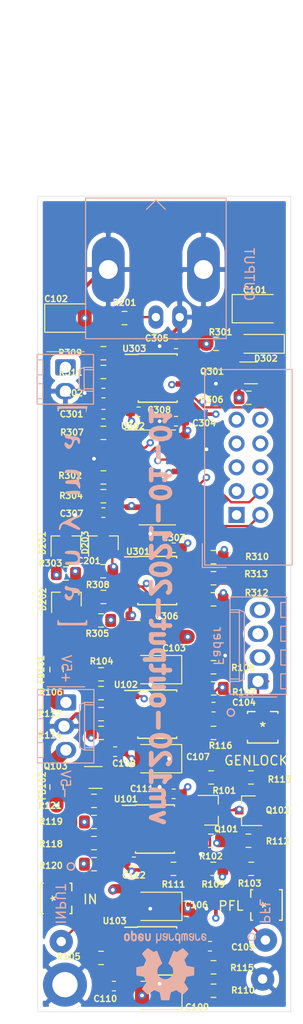
<source format=kicad_pcb>
(kicad_pcb (version 20171130) (host pcbnew "(5.1.5-0-10_14)")
  (layers (0 F.Cu signal) (1 In1.Cu signal) (2 In2.Cu signal) (31 B.Cu signal) (34 B.Paste user) (35 F.Paste user) (36 B.SilkS user) (37 F.SilkS user) (38 B.Mask user) (39 F.Mask user) (44 Edge.Cuts user))
  (net 0 "")
  (net 1 +5V)
  (net 2 GND)
  (net 3 -5V)
  (net 4 /supply+)
  (net 5 /supply-)
  (net 6 scale_cv)
  (net 7 bias_cv)
  (net 8 hsync)
  (net 9 porch)
  (net 10 /Resyncer/clipper_out)
  (net 11 "Net-(R310-Pad2)")
  (net 12 /Resyncer/synctip)
  (net 13 "Net-(C201-Pad2)")
  (net 14 "Net-(C201-Pad1)")
  (net 15 "Net-(C202-Pad1)")
  (net 16 "Net-(C301-Pad1)")
  (net 17 "Net-(D201-Pad1)")
  (net 18 "Net-(D202-Pad1)")
  (net 19 "Net-(D302-Pad2)")
  (net 20 "Net-(J101-Pad1)")
  (net 21 genlock_delayed)
  (net 22 /scabi_in)
  (net 23 "Net-(J201-Pad1)")
  (net 24 "Net-(Q101-PadB)")
  (net 25 "Net-(Q101-PadE)")
  (net 26 "Net-(Q101-PadC)")
  (net 27 "Net-(Q102-PadB)")
  (net 28 "Net-(Q102-PadE)")
  (net 29 "Net-(Q103-Pad2)")
  (net 30 "Net-(Q103-Pad4)")
  (net 31 "Net-(Q103-Pad6)")
  (net 32 "Net-(Q301-Pad2)")
  (net 33 "Net-(Q301-Pad4)")
  (net 34 "Net-(R101-Pad1)")
  (net 35 "Net-(R106-Pad2)")
  (net 36 "Net-(R107-Pad2)")
  (net 37 /scabi-out)
  (net 38 "Net-(R110-Pad1)")
  (net 39 "Net-(R114-Pad2)")
  (net 40 "Net-(R116-Pad1)")
  (net 41 "Net-(R118-Pad1)")
  (net 42 "Net-(R201-Pad1)")
  (net 43 "Net-(R307-Pad2)")
  (net 44 "Net-(R312-Pad1)")
  (net 45 "Net-(U302-Pad15)")
  (net 46 "Net-(U302-Pad14)")
  (module synkie_footprints:TE_UMCC_2337019-1 (layer F.Cu) (at 176.301299 97.890599)
    (fp_text reference J109 hide)
    (fp_text value "INPUT from Masterfaders" hide)
    (fp_text user * (at 0 0) (layer F.SilkS))
    (pad 1 smd rect (at 0 -1.5744) (size 1 1.05) (layers F.Cu F.Paste F.Mask) (net 21 genlock_delayed))
    (pad 2 smd rect (at -1.497501 -0.049399) (size 1.0414 2.2098) (layers F.Cu F.Paste F.Mask))
    (pad 3 smd rect (at 1.497501 -0.049399) (size 1.0414 2.2098) (layers F.Cu F.Paste F.Mask))
  )
  (module synkie_footprints:TE_UMCC_2337019-1 (layer F.Cu) (at 176.6988 116.8412 90)
    (fp_text reference J108 hide)
    (fp_text value PFL-OUT hide)
    (fp_text user * (at 0 0 90) (layer F.SilkS))
    (pad 1 smd rect (at 0 -1.5744 90) (size 1 1.05) (layers F.Cu F.Paste F.Mask) (net 22 /scabi_in))
    (pad 2 smd rect (at -1.497501 -0.049399 90) (size 1.0414 2.2098) (layers F.Cu F.Paste F.Mask) (net 2 GND))
    (pad 3 smd rect (at 1.497501 -0.049399 90) (size 1.0414 2.2098) (layers F.Cu F.Paste F.Mask) (net 2 GND))
  )
  (module synkie_footprints:Solderpad_1mm (layer F.Cu) (at 177.0988 120.8412)
    (fp_text reference J107 hide)
    (fp_text value PFL-OUT)
    (pad 1 thru_hole circle (at -0.508 -0.254) (size 2.5 2.5) (drill 1) (layers *.Cu *.Mask) (net 22 /scabi_in))
  )
  (module synkie_footprints:TE_UMCC_2337019-1 (layer F.Cu) (at 154.249401 116.143699 270)
    (fp_text reference J106 hide)
    (fp_text value "INPUT from Mixbus" hide)
    (fp_text user * (at 0 0 90) (layer F.SilkS))
    (pad 1 smd rect (at 0 -1.5744 270) (size 1 1.05) (layers F.Cu F.Paste F.Mask) (net 20 "Net-(J101-Pad1)"))
    (pad 2 smd rect (at -1.497501 -0.049399 270) (size 1.0414 2.2098) (layers F.Cu F.Paste F.Mask))
    (pad 3 smd rect (at 1.497501 -0.049399 270) (size 1.0414 2.2098) (layers F.Cu F.Paste F.Mask))
  )
  (module synkie_footprints:Solderpad_1mm (layer F.Cu) (at 155.3068 120.9952)
    (fp_text reference J101 hide)
    (fp_text value Input)
    (pad 1 thru_hole circle (at -0.508 -0.254) (size 2.5 2.5) (drill 1) (layers *.Cu *.Mask) (net 20 "Net-(J101-Pad1)"))
  )
  (module synkie_footprints:Molex_KK-254_AE-6410-02A_1x02_P2.54mm_Vertical (layer B.Cu) (at 155.2488 59.5012 270)
    (fp_text reference J202 hide)
    (fp_text value Conn_01x02)
    (pad 2 thru_hole oval (at 2.54 0 270) (size 1.74 2.2) (drill 1.2) (layers *.Cu *.Mask) (net 2 GND))
    (pad 1 thru_hole roundrect (at 0 0 270) (size 1.74 2.2) (drill 1.2) (layers *.Cu *.Mask) (roundrect_rratio 0.143678) (net 10 /Resyncer/clipper_out))
  )
  (module Symbol:OSHW-Logo2_9.8x8mm_SilkScreen (layer B.Cu) (at 165.8988 123.2912)
    (fp_text reference U202 hide)
    (fp_text value LOGO hide)
  )
  (module anyma_footprints:logo_anyma (layer B.Cu) (at 155.8988 75.2412 90)
    (fp_text reference U201 hide)
    (fp_text value LOGO hide)
  )
  (module MountingHole:MountingHole_2.7mm_M2.5_DIN965_Pad (layer F.Cu) (at 155.1988 125.3412)
    (fp_text reference H201 hide)
    (fp_text value MountingHole_Pad)
    (pad 1 thru_hole circle (at 0 0) (size 4.7 4.7) (drill 2.7) (layers *.Cu *.Mask) (net 2 GND))
  )
  (module synkie_footprints:L_0805_2012Metric_Pad1.15x1.40mm_HandSolder (layer F.Cu) (at 154.2988 104.2662 270)
    (fp_text reference FB102 (at -0.125 1.5 90) (layer F.SilkS) (effects (font (size 0.65 0.65))))
    (fp_text value 330u)
    (pad 1 smd roundrect (at -1.025 0 270) (size 1.15 1.4) (layers F.Cu F.Paste F.Mask) (roundrect_rratio 0.217391) (net 5 /supply-))
    (pad 2 smd roundrect (at 1.025 0 270) (size 1.15 1.4) (layers F.Cu F.Paste F.Mask) (roundrect_rratio 0.217391) (net 3 -5V))
  )
  (module synkie_footprints:L_0805_2012Metric_Pad1.15x1.40mm_HandSolder (layer F.Cu) (at 154.2988 91.7287 90)
    (fp_text reference FB101 (at 0 -1.65 90) (layer F.SilkS) (effects (font (size 0.65 0.65))))
    (fp_text value 330u)
    (pad 1 smd roundrect (at -1.025 0 90) (size 1.15 1.4) (layers F.Cu F.Paste F.Mask) (roundrect_rratio 0.217391) (net 4 /supply+))
    (pad 2 smd roundrect (at 1.025 0 90) (size 1.15 1.4) (layers F.Cu F.Paste F.Mask) (roundrect_rratio 0.217391) (net 1 +5V))
  )
  (module synkie_footprints:SOIC-8_3.9x4.9mm_P1.27mm (layer F.Cu) (at 165.0488 82.2412)
    (fp_text reference U301 (at -2.05 -3.1) (layer F.SilkS) (effects (font (size 0.65 0.65))))
    (fp_text value LMH6643)
    (pad 8 smd rect (at 2.7 -1.905) (size 1.55 0.6) (layers F.Cu F.Paste F.Mask) (net 1 +5V))
    (pad 7 smd rect (at 2.7 -0.635) (size 1.55 0.6) (layers F.Cu F.Paste F.Mask) (net 11 "Net-(R310-Pad2)"))
    (pad 6 smd rect (at 2.7 0.635) (size 1.55 0.6) (layers F.Cu F.Paste F.Mask) (net 44 "Net-(R312-Pad1)"))
    (pad 5 smd rect (at 2.7 1.905) (size 1.55 0.6) (layers F.Cu F.Paste F.Mask) (net 17 "Net-(D201-Pad1)"))
    (pad 4 smd rect (at -2.7 1.905) (size 1.55 0.6) (layers F.Cu F.Paste F.Mask) (net 3 -5V))
    (pad 3 smd rect (at -2.7 0.635) (size 1.55 0.6) (layers F.Cu F.Paste F.Mask) (net 17 "Net-(D201-Pad1)"))
    (pad 2 smd rect (at -2.7 -0.635) (size 1.55 0.6) (layers F.Cu F.Paste F.Mask) (net 18 "Net-(D202-Pad1)"))
    (pad 1 smd rect (at -2.7 -1.905) (size 1.55 0.6) (layers F.Cu F.Paste F.Mask) (net 14 "Net-(C201-Pad1)"))
  )
  (module synkie_footprints:SOIC-8_3.9x4.9mm_P1.27mm (layer F.Cu) (at 165.0488 121.7412)
    (fp_text reference U103 (at -4.55 -3.2) (layer F.SilkS) (effects (font (size 0.65 0.65))))
    (fp_text value LT1228)
    (pad 8 smd rect (at 2.7 -1.905) (size 1.55 0.6) (layers F.Cu F.Paste F.Mask) (net 38 "Net-(R110-Pad1)"))
    (pad 7 smd rect (at 2.7 -0.635) (size 1.55 0.6) (layers F.Cu F.Paste F.Mask) (net 1 +5V))
    (pad 6 smd rect (at 2.7 0.635) (size 1.55 0.6) (layers F.Cu F.Paste F.Mask) (net 22 /scabi_in))
    (pad 5 smd rect (at 2.7 1.905) (size 1.55 0.6) (layers F.Cu F.Paste F.Mask))
    (pad 4 smd rect (at -2.7 1.905) (size 1.55 0.6) (layers F.Cu F.Paste F.Mask) (net 3 -5V))
    (pad 3 smd rect (at -2.7 0.635) (size 1.55 0.6) (layers F.Cu F.Paste F.Mask) (net 2 GND))
    (pad 2 smd rect (at -2.7 -0.635) (size 1.55 0.6) (layers F.Cu F.Paste F.Mask) (net 2 GND))
    (pad 1 smd rect (at -2.7 -1.905) (size 1.55 0.6) (layers F.Cu F.Paste F.Mask) (net 20 "Net-(J101-Pad1)"))
  )
  (module synkie_footprints:SOIC-8_3.9x4.9mm_P1.27mm (layer F.Cu) (at 165.0488 96.4912)
    (fp_text reference U102 (at -3.35 -3.15) (layer F.SilkS) (effects (font (size 0.65 0.65))))
    (fp_text value LT1228)
    (pad 8 smd rect (at 2.7 -1.905) (size 1.55 0.6) (layers F.Cu F.Paste F.Mask) (net 36 "Net-(R107-Pad2)"))
    (pad 7 smd rect (at 2.7 -0.635) (size 1.55 0.6) (layers F.Cu F.Paste F.Mask) (net 1 +5V))
    (pad 6 smd rect (at 2.7 0.635) (size 1.55 0.6) (layers F.Cu F.Paste F.Mask) (net 37 /scabi-out))
    (pad 5 smd rect (at 2.7 1.905) (size 1.55 0.6) (layers F.Cu F.Paste F.Mask) (net 40 "Net-(R116-Pad1)"))
    (pad 4 smd rect (at -2.7 1.905) (size 1.55 0.6) (layers F.Cu F.Paste F.Mask) (net 3 -5V))
    (pad 3 smd rect (at -2.7 0.635) (size 1.55 0.6) (layers F.Cu F.Paste F.Mask) (net 39 "Net-(R114-Pad2)"))
    (pad 2 smd rect (at -2.7 -0.635) (size 1.55 0.6) (layers F.Cu F.Paste F.Mask) (net 35 "Net-(R106-Pad2)"))
    (pad 1 smd rect (at -2.7 -1.905) (size 1.55 0.6) (layers F.Cu F.Paste F.Mask) (net 26 "Net-(Q101-PadC)"))
  )
  (module synkie_footprints:SOIC-8_3.9x4.9mm_P1.27mm (layer F.Cu) (at 164.7988 108.7412)
    (fp_text reference U101 (at -3.1 -3.2) (layer F.SilkS) (effects (font (size 0.65 0.65))))
    (fp_text value LMH6643)
    (pad 8 smd rect (at 2.7 -1.905) (size 1.55 0.6) (layers F.Cu F.Paste F.Mask) (net 1 +5V))
    (pad 7 smd rect (at 2.7 -0.635) (size 1.55 0.6) (layers F.Cu F.Paste F.Mask) (net 24 "Net-(Q101-PadB)"))
    (pad 6 smd rect (at 2.7 0.635) (size 1.55 0.6) (layers F.Cu F.Paste F.Mask) (net 34 "Net-(R101-Pad1)"))
    (pad 5 smd rect (at 2.7 1.905) (size 1.55 0.6) (layers F.Cu F.Paste F.Mask) (net 2 GND))
    (pad 4 smd rect (at -2.7 1.905) (size 1.55 0.6) (layers F.Cu F.Paste F.Mask) (net 3 -5V))
    (pad 3 smd rect (at -2.7 0.635) (size 1.55 0.6) (layers F.Cu F.Paste F.Mask) (net 2 GND))
    (pad 2 smd rect (at -2.7 -0.635) (size 1.55 0.6) (layers F.Cu F.Paste F.Mask) (net 41 "Net-(R118-Pad1)"))
    (pad 1 smd rect (at -2.7 -1.905) (size 1.55 0.6) (layers F.Cu F.Paste F.Mask) (net 29 "Net-(Q103-Pad2)"))
  )
  (module synkie_footprints:R_0805_2012Metric_Pad1.15x1.40mm_HandSolder (layer F.Cu) (at 171.0488 81.9912)
    (fp_text reference R313 (at 4.55 -0.45) (layer F.SilkS) (effects (font (size 0.65 0.65))))
    (fp_text value 75)
    (pad 2 smd roundrect (at 1.025 0) (size 1.15 1.4) (layers F.Cu F.Paste F.Mask) (roundrect_rratio 0.217391) (net 44 "Net-(R312-Pad1)"))
    (pad 1 smd roundrect (at -1.025 0) (size 1.15 1.4) (layers F.Cu F.Paste F.Mask) (roundrect_rratio 0.217391) (net 11 "Net-(R310-Pad2)"))
  )
  (module synkie_footprints:R_0805_2012Metric_Pad1.15x1.40mm_HandSolder (layer F.Cu) (at 171.0488 84.2412)
    (fp_text reference R312 (at 4.6 -0.7) (layer F.SilkS) (effects (font (size 0.65 0.65))))
    (fp_text value 75)
    (pad 2 smd roundrect (at 1.025 0) (size 1.15 1.4) (layers F.Cu F.Paste F.Mask) (roundrect_rratio 0.217391) (net 13 "Net-(C201-Pad2)"))
    (pad 1 smd roundrect (at -1.025 0) (size 1.15 1.4) (layers F.Cu F.Paste F.Mask) (roundrect_rratio 0.217391) (net 44 "Net-(R312-Pad1)"))
  )
  (module synkie_footprints:R_0805_2012Metric_Pad1.15x1.40mm_HandSolder (layer F.Cu) (at 159.2988 83.9912)
    (fp_text reference R308 (at -0.6 -1.3) (layer F.SilkS) (effects (font (size 0.65 0.65))))
    (fp_text value 75)
    (pad 2 smd roundrect (at 1.025 0) (size 1.15 1.4) (layers F.Cu F.Paste F.Mask) (roundrect_rratio 0.217391) (net 18 "Net-(D202-Pad1)"))
    (pad 1 smd roundrect (at -1.025 0) (size 1.15 1.4) (layers F.Cu F.Paste F.Mask) (roundrect_rratio 0.217391) (net 13 "Net-(C201-Pad2)"))
  )
  (module synkie_footprints:R_0805_2012Metric_Pad1.15x1.40mm_HandSolder (layer F.Cu) (at 159.0488 86.4912)
    (fp_text reference R305 (at -0.4 1.4) (layer F.SilkS) (effects (font (size 0.65 0.65))))
    (fp_text value 75)
    (pad 2 smd roundrect (at 1.025 0) (size 1.15 1.4) (layers F.Cu F.Paste F.Mask) (roundrect_rratio 0.217391) (net 37 /scabi-out))
    (pad 1 smd roundrect (at -1.025 0) (size 1.15 1.4) (layers F.Cu F.Paste F.Mask) (roundrect_rratio 0.217391) (net 18 "Net-(D202-Pad1)"))
  )
  (module synkie_footprints:R_0805_2012Metric_Pad1.15x1.40mm_HandSolder (layer F.Cu) (at 155.2988 81.4912 180)
    (fp_text reference R303 (at 1.65 1.1) (layer F.SilkS) (effects (font (size 0.65 0.65))))
    (fp_text value 15k)
    (pad 2 smd roundrect (at 1.025 0 180) (size 1.15 1.4) (layers F.Cu F.Paste F.Mask) (roundrect_rratio 0.217391) (net 17 "Net-(D201-Pad1)"))
    (pad 1 smd roundrect (at -1.025 0 180) (size 1.15 1.4) (layers F.Cu F.Paste F.Mask) (roundrect_rratio 0.217391) (net 3 -5V))
  )
  (module synkie_footprints:R_0805_2012Metric_Pad1.15x1.40mm_HandSolder (layer F.Cu) (at 161.5488 54.2412)
    (fp_text reference R201 (at 0 -1.65) (layer F.SilkS) (effects (font (size 0.65 0.65))))
    (fp_text value 75)
    (pad 2 smd roundrect (at 1.025 0) (size 1.15 1.4) (layers F.Cu F.Paste F.Mask) (roundrect_rratio 0.217391) (net 23 "Net-(J201-Pad1)"))
    (pad 1 smd roundrect (at -1.025 0) (size 1.15 1.4) (layers F.Cu F.Paste F.Mask) (roundrect_rratio 0.217391) (net 42 "Net-(R201-Pad1)"))
  )
  (module synkie_footprints:R_0805_2012Metric_Pad1.15x1.40mm_HandSolder (layer F.Cu) (at 158.2988 105.7412)
    (fp_text reference R121 (at -4.7 0.5) (layer F.SilkS) (effects (font (size 0.65 0.65))))
    (fp_text value 4k7)
    (pad 2 smd roundrect (at 1.025 0) (size 1.15 1.4) (layers F.Cu F.Paste F.Mask) (roundrect_rratio 0.217391) (net 30 "Net-(Q103-Pad4)"))
    (pad 1 smd roundrect (at -1.025 0) (size 1.15 1.4) (layers F.Cu F.Paste F.Mask) (roundrect_rratio 0.217391) (net 41 "Net-(R118-Pad1)"))
  )
  (module synkie_footprints:R_0805_2012Metric_Pad1.15x1.40mm_HandSolder (layer F.Cu) (at 158.2988 112.4912)
    (fp_text reference R120 (at -4.6 0.15) (layer F.SilkS) (effects (font (size 0.65 0.65))))
    (fp_text value 100k)
    (pad 2 smd roundrect (at 1.025 0) (size 1.15 1.4) (layers F.Cu F.Paste F.Mask) (roundrect_rratio 0.217391) (net 41 "Net-(R118-Pad1)"))
    (pad 1 smd roundrect (at -1.025 0) (size 1.15 1.4) (layers F.Cu F.Paste F.Mask) (roundrect_rratio 0.217391) (net 6 scale_cv))
  )
  (module synkie_footprints:R_0805_2012Metric_Pad1.15x1.40mm_HandSolder (layer F.Cu) (at 158.2988 107.9912)
    (fp_text reference R119 (at -4.6 -0.05) (layer F.SilkS) (effects (font (size 0.65 0.65))))
    (fp_text value 10k)
    (pad 2 smd roundrect (at 1.025 0) (size 1.15 1.4) (layers F.Cu F.Paste F.Mask) (roundrect_rratio 0.217391) (net 30 "Net-(Q103-Pad4)"))
    (pad 1 smd roundrect (at -1.025 0) (size 1.15 1.4) (layers F.Cu F.Paste F.Mask) (roundrect_rratio 0.217391) (net 1 +5V))
  )
  (module synkie_footprints:R_0805_2012Metric_Pad1.15x1.40mm_HandSolder (layer F.Cu) (at 158.2988 110.2412)
    (fp_text reference R118 (at -4.6 0.1) (layer F.SilkS) (effects (font (size 0.65 0.65))))
    (fp_text value 4k7)
    (pad 2 smd roundrect (at 1.025 0) (size 1.15 1.4) (layers F.Cu F.Paste F.Mask) (roundrect_rratio 0.217391) (net 29 "Net-(Q103-Pad2)"))
    (pad 1 smd roundrect (at -1.025 0) (size 1.15 1.4) (layers F.Cu F.Paste F.Mask) (roundrect_rratio 0.217391) (net 41 "Net-(R118-Pad1)"))
  )
  (module synkie_footprints:R_0805_2012Metric_Pad1.15x1.40mm_HandSolder (layer F.Cu) (at 159.0488 96.4912)
    (fp_text reference R117 (at -5.45 -0.05) (layer F.SilkS) (effects (font (size 0.65 0.65))))
    (fp_text value 1k)
    (pad 2 smd roundrect (at 1.025 0) (size 1.15 1.4) (layers F.Cu F.Paste F.Mask) (roundrect_rratio 0.217391) (net 39 "Net-(R114-Pad2)"))
    (pad 1 smd roundrect (at -1.025 0) (size 1.15 1.4) (layers F.Cu F.Paste F.Mask) (roundrect_rratio 0.217391) (net 2 GND))
  )
  (module synkie_footprints:R_0805_2012Metric_Pad1.15x1.40mm_HandSolder (layer F.Cu) (at 171.0488 98.4912)
    (fp_text reference R116 (at 0.75 1.35) (layer F.SilkS) (effects (font (size 0.65 0.65))))
    (fp_text value 1k)
    (pad 2 smd roundrect (at 1.025 0) (size 1.15 1.4) (layers F.Cu F.Paste F.Mask) (roundrect_rratio 0.217391) (net 31 "Net-(Q103-Pad6)"))
    (pad 1 smd roundrect (at -1.025 0) (size 1.15 1.4) (layers F.Cu F.Paste F.Mask) (roundrect_rratio 0.217391) (net 40 "Net-(R116-Pad1)"))
  )
  (module synkie_footprints:R_0805_2012Metric_Pad1.15x1.40mm_HandSolder (layer F.Cu) (at 171.0488 123.4912)
    (fp_text reference R115 (at 3.05 0.05) (layer F.SilkS) (effects (font (size 0.65 0.65))))
    (fp_text value 560)
    (pad 2 smd roundrect (at 1.025 0) (size 1.15 1.4) (layers F.Cu F.Paste F.Mask) (roundrect_rratio 0.217391) (net 38 "Net-(R110-Pad1)"))
    (pad 1 smd roundrect (at -1.025 0) (size 1.15 1.4) (layers F.Cu F.Paste F.Mask) (roundrect_rratio 0.217391) (net 22 /scabi_in))
  )
  (module synkie_footprints:R_0805_2012Metric_Pad1.15x1.40mm_HandSolder (layer F.Cu) (at 159.0488 98.4912)
    (fp_text reference R114 (at -5.45 0.25) (layer F.SilkS) (effects (font (size 0.65 0.65))))
    (fp_text value 10k)
    (pad 2 smd roundrect (at 1.025 0) (size 1.15 1.4) (layers F.Cu F.Paste F.Mask) (roundrect_rratio 0.217391) (net 39 "Net-(R114-Pad2)"))
    (pad 1 smd roundrect (at -1.025 0) (size 1.15 1.4) (layers F.Cu F.Paste F.Mask) (roundrect_rratio 0.217391) (net 22 /scabi_in))
  )
  (module synkie_footprints:R_0805_2012Metric_Pad1.15x1.40mm_HandSolder (layer F.Cu) (at 175.0488 103.2412)
    (fp_text reference R113 (at 3.05 0.2) (layer F.SilkS) (effects (font (size 0.65 0.65))))
    (fp_text value 3k3)
    (pad 2 smd roundrect (at 1.025 0) (size 1.15 1.4) (layers F.Cu F.Paste F.Mask) (roundrect_rratio 0.217391) (net 3 -5V))
    (pad 1 smd roundrect (at -1.025 0) (size 1.15 1.4) (layers F.Cu F.Paste F.Mask) (roundrect_rratio 0.217391) (net 28 "Net-(Q102-PadE)"))
  )
  (module synkie_footprints:R_0805_2012Metric_Pad1.15x1.40mm_HandSolder (layer F.Cu) (at 174.7738 109.9912)
    (fp_text reference R112 (at 3.125 0.05) (layer F.SilkS) (effects (font (size 0.65 0.65))))
    (fp_text value 10k)
    (pad 2 smd roundrect (at 1.025 0) (size 1.15 1.4) (layers F.Cu F.Paste F.Mask) (roundrect_rratio 0.217391) (net 3 -5V))
    (pad 1 smd roundrect (at -1.025 0) (size 1.15 1.4) (layers F.Cu F.Paste F.Mask) (roundrect_rratio 0.217391) (net 27 "Net-(Q102-PadB)"))
  )
  (module synkie_footprints:R_0805_2012Metric_Pad1.15x1.40mm_HandSolder (layer F.Cu) (at 166.7738 112.9912 180)
    (fp_text reference R111 (at 0 -1.65) (layer F.SilkS) (effects (font (size 0.65 0.65))))
    (fp_text value 15k)
    (pad 2 smd roundrect (at 1.025 0 180) (size 1.15 1.4) (layers F.Cu F.Paste F.Mask) (roundrect_rratio 0.217391) (net 3 -5V))
    (pad 1 smd roundrect (at -1.025 0 180) (size 1.15 1.4) (layers F.Cu F.Paste F.Mask) (roundrect_rratio 0.217391) (net 34 "Net-(R101-Pad1)"))
  )
  (module synkie_footprints:R_0805_2012Metric_Pad1.15x1.40mm_HandSolder (layer F.Cu) (at 171.0488 125.9912 180)
    (fp_text reference R110 (at -3.15 0.05) (layer F.SilkS) (effects (font (size 0.65 0.65))))
    (fp_text value 120)
    (pad 2 smd roundrect (at 1.025 0 180) (size 1.15 1.4) (layers F.Cu F.Paste F.Mask) (roundrect_rratio 0.217391) (net 2 GND))
    (pad 1 smd roundrect (at -1.025 0 180) (size 1.15 1.4) (layers F.Cu F.Paste F.Mask) (roundrect_rratio 0.217391) (net 38 "Net-(R110-Pad1)"))
  )
  (module synkie_footprints:R_0805_2012Metric_Pad1.15x1.40mm_HandSolder (layer F.Cu) (at 171.0238 112.9912 180)
    (fp_text reference R109 (at 0 -1.65) (layer F.SilkS) (effects (font (size 0.65 0.65))))
    (fp_text value 5.1k)
    (pad 2 smd roundrect (at 1.025 0 180) (size 1.15 1.4) (layers F.Cu F.Paste F.Mask) (roundrect_rratio 0.217391) (net 34 "Net-(R101-Pad1)"))
    (pad 1 smd roundrect (at -1.025 0 180) (size 1.15 1.4) (layers F.Cu F.Paste F.Mask) (roundrect_rratio 0.217391) (net 7 bias_cv))
  )
  (module synkie_footprints:R_0805_2012Metric_Pad1.15x1.40mm_HandSolder (layer F.Cu) (at 171.0488 91.4912 180)
    (fp_text reference R108 (at -3.15 -0.05) (layer F.SilkS) (effects (font (size 0.65 0.65))))
    (fp_text value 100)
    (pad 2 smd roundrect (at 1.025 0 180) (size 1.15 1.4) (layers F.Cu F.Paste F.Mask) (roundrect_rratio 0.217391) (net 36 "Net-(R107-Pad2)"))
    (pad 1 smd roundrect (at -1.025 0 180) (size 1.15 1.4) (layers F.Cu F.Paste F.Mask) (roundrect_rratio 0.217391) (net 2 GND))
  )
  (module synkie_footprints:R_0805_2012Metric_Pad1.15x1.40mm_HandSolder (layer F.Cu) (at 171.0738 93.7412 180)
    (fp_text reference R107 (at -3.225 -0.4) (layer F.SilkS) (effects (font (size 0.65 0.65))))
    (fp_text value 1k)
    (pad 2 smd roundrect (at 1.025 0 180) (size 1.15 1.4) (layers F.Cu F.Paste F.Mask) (roundrect_rratio 0.217391) (net 36 "Net-(R107-Pad2)"))
    (pad 1 smd roundrect (at -1.025 0 180) (size 1.15 1.4) (layers F.Cu F.Paste F.Mask) (roundrect_rratio 0.217391) (net 37 /scabi-out))
  )
  (module synkie_footprints:R_0805_2012Metric_Pad1.15x1.40mm_HandSolder (layer F.Cu) (at 159.0488 94.2412)
    (fp_text reference R106 (at -5.35 -0.1) (layer F.SilkS) (effects (font (size 0.65 0.65))))
    (fp_text value 560)
    (pad 2 smd roundrect (at 1.025 0) (size 1.15 1.4) (layers F.Cu F.Paste F.Mask) (roundrect_rratio 0.217391) (net 35 "Net-(R106-Pad2)"))
    (pad 1 smd roundrect (at -1.025 0) (size 1.15 1.4) (layers F.Cu F.Paste F.Mask) (roundrect_rratio 0.217391) (net 2 GND))
  )
  (module synkie_footprints:R_0805_2012Metric_Pad1.15x1.40mm_HandSolder (layer F.Cu) (at 159.0488 122.4912)
    (fp_text reference R105 (at -3.45 -0.15) (layer F.SilkS) (effects (font (size 0.65 0.65))))
    (fp_text value 560)
    (pad 2 smd roundrect (at 1.025 0) (size 1.15 1.4) (layers F.Cu F.Paste F.Mask) (roundrect_rratio 0.217391) (net 20 "Net-(J101-Pad1)"))
    (pad 1 smd roundrect (at -1.025 0) (size 1.15 1.4) (layers F.Cu F.Paste F.Mask) (roundrect_rratio 0.217391) (net 2 GND))
  )
  (module synkie_footprints:R_0805_2012Metric_Pad1.15x1.40mm_HandSolder (layer F.Cu) (at 159.0488 92.2412)
    (fp_text reference R104 (at 0.05 -1.4) (layer F.SilkS) (effects (font (size 0.65 0.65))))
    (fp_text value 300)
    (pad 2 smd roundrect (at 1.025 0) (size 1.15 1.4) (layers F.Cu F.Paste F.Mask) (roundrect_rratio 0.217391) (net 26 "Net-(Q101-PadC)"))
    (pad 1 smd roundrect (at -1.025 0) (size 1.15 1.4) (layers F.Cu F.Paste F.Mask) (roundrect_rratio 0.217391) (net 2 GND))
  )
  (module synkie_footprints:R_0805_2012Metric_Pad1.15x1.40mm_HandSolder (layer F.Cu) (at 175.0738 112.9912 180)
    (fp_text reference R103 (at 0.175 -1.55) (layer F.SilkS) (effects (font (size 0.65 0.65))))
    (fp_text value 10k)
    (pad 2 smd roundrect (at 1.025 0 180) (size 1.15 1.4) (layers F.Cu F.Paste F.Mask) (roundrect_rratio 0.217391) (net 27 "Net-(Q102-PadB)"))
    (pad 1 smd roundrect (at -1.025 0 180) (size 1.15 1.4) (layers F.Cu F.Paste F.Mask) (roundrect_rratio 0.217391) (net 2 GND))
  )
  (module synkie_footprints:R_0805_2012Metric_Pad1.15x1.40mm_HandSolder (layer F.Cu) (at 170.7738 109.9912 180)
    (fp_text reference R102 (at 0 -1.65) (layer F.SilkS) (effects (font (size 0.65 0.65))))
    (fp_text value 3k3)
    (pad 2 smd roundrect (at 1.025 0 180) (size 1.15 1.4) (layers F.Cu F.Paste F.Mask) (roundrect_rratio 0.217391) (net 25 "Net-(Q101-PadE)"))
    (pad 1 smd roundrect (at -1.025 0 180) (size 1.15 1.4) (layers F.Cu F.Paste F.Mask) (roundrect_rratio 0.217391) (net 1 +5V))
  )
  (module synkie_footprints:R_0805_2012Metric_Pad1.15x1.40mm_HandSolder (layer F.Cu) (at 170.7988 103.2412 180)
    (fp_text reference R101 (at -1.4 -1.4) (layer F.SilkS) (effects (font (size 0.65 0.65))))
    (fp_text value 10k)
    (pad 2 smd roundrect (at 1.025 0 180) (size 1.15 1.4) (layers F.Cu F.Paste F.Mask) (roundrect_rratio 0.217391) (net 24 "Net-(Q101-PadB)"))
    (pad 1 smd roundrect (at -1.025 0 180) (size 1.15 1.4) (layers F.Cu F.Paste F.Mask) (roundrect_rratio 0.217391) (net 34 "Net-(R101-Pad1)"))
  )
  (module synkie_footprints:SOT-363_SC-70-6_Handsoldering (layer F.Cu) (at 158.4688 103.2412)
    (fp_text reference Q103 (at -4.27 -1.2) (layer F.SilkS) (effects (font (size 0.65 0.65))))
    (fp_text value PMBT3906YS)
    (pad 1 smd rect (at -1.33 -0.65) (size 1.5 0.4) (layers F.Cu F.Paste F.Mask) (net 2 GND))
    (pad 2 smd rect (at -1.33 0) (size 1.5 0.4) (layers F.Cu F.Paste F.Mask) (net 29 "Net-(Q103-Pad2)"))
    (pad 3 smd rect (at -1.33 0.65) (size 1.5 0.4) (layers F.Cu F.Paste F.Mask) (net 2 GND))
    (pad 4 smd rect (at 1.33 0.65) (size 1.5 0.4) (layers F.Cu F.Paste F.Mask) (net 30 "Net-(Q103-Pad4)"))
    (pad 5 smd rect (at 1.33 0) (size 1.5 0.4) (layers F.Cu F.Paste F.Mask) (net 2 GND))
    (pad 6 smd rect (at 1.33 -0.65) (size 1.5 0.4) (layers F.Cu F.Paste F.Mask) (net 31 "Net-(Q103-Pad6)"))
  )
  (module synkie_footprints:SOT-23_BEC (layer F.Cu) (at 174.7988 106.7912 180)
    (fp_text reference Q102 (at -3.1 0.05) (layer F.SilkS) (effects (font (size 0.65 0.65))))
    (fp_text value BC847)
    (pad B smd rect (at -1 -0.95 180) (size 0.9 0.8) (layers F.Cu F.Paste F.Mask) (net 27 "Net-(Q102-PadB)"))
    (pad E smd rect (at -1 0.95 180) (size 0.9 0.8) (layers F.Cu F.Paste F.Mask) (net 28 "Net-(Q102-PadE)"))
    (pad C smd rect (at 1 0 180) (size 0.9 0.8) (layers F.Cu F.Paste F.Mask) (net 26 "Net-(Q101-PadC)"))
  )
  (module synkie_footprints:SOT-23_BEC (layer F.Cu) (at 170.7988 106.7412)
    (fp_text reference Q101 (at 1.6 2) (layer F.SilkS) (effects (font (size 0.65 0.65))))
    (fp_text value PNP)
    (pad B smd rect (at -1 -0.95) (size 0.9 0.8) (layers F.Cu F.Paste F.Mask) (net 24 "Net-(Q101-PadB)"))
    (pad E smd rect (at -1 0.95) (size 0.9 0.8) (layers F.Cu F.Paste F.Mask) (net 25 "Net-(Q101-PadE)"))
    (pad C smd rect (at 1 0) (size 0.9 0.8) (layers F.Cu F.Paste F.Mask) (net 26 "Net-(Q101-PadC)"))
  )
  (module synkie_footprints:BNC_MOLEX_0731000080_Horizontal (layer B.Cu) (at 164.8988 54.1412 180)
    (fp_text reference J201 hide)
    (fp_text value Conn_Coaxial)
    (pad 2 thru_hole oval (at -5.08 5.08 180) (size 3.5 7) (drill 2.01) (layers *.Cu *.Mask) (net 2 GND))
    (pad 2 thru_hole oval (at 5.08 5.08 180) (size 3.5 7) (drill 2.01) (layers *.Cu *.Mask) (net 2 GND))
    (pad 1 thru_hole oval (at 0 0 180) (size 1.6 2.5) (drill 0.89) (layers *.Cu *.Mask) (net 23 "Net-(J201-Pad1)"))
    (pad 2 thru_hole oval (at -2.54 0 180) (size 1.6 2.5) (drill 0.89) (layers *.Cu *.Mask) (net 2 GND))
  )
  (module synkie_footprints:Molex_KK-254_AE-6410-04A_1x04_P2.54mm_Vertical (layer B.Cu) (at 175.7988 92.9912 90)
    (fp_text reference J102 hide)
    (fp_text value FROM-MASTERFADERS)
    (pad 1 thru_hole roundrect (at 0 0 90) (size 1.74 2.2) (drill 1.2) (layers *.Cu *.Mask) (roundrect_rratio 0.143678) (net 21 genlock_delayed))
    (pad 2 thru_hole oval (at 2.54 0.2 90) (size 1.74 2.2) (drill 1.2) (layers *.Cu *.Mask))
    (pad 3 thru_hole oval (at 5.08 0 90) (size 1.74 2.2) (drill 1.2) (layers *.Cu *.Mask) (net 7 bias_cv))
    (pad 4 thru_hole oval (at 7.62 0.2 90) (size 1.74 2.2) (drill 1.2) (layers *.Cu *.Mask) (net 6 scale_cv))
  )
  (module synkie_footprints:SOT-23 (layer F.Cu) (at 159.2988 78.2412 90)
    (fp_text reference D203 (at 0.05 -1.95 90) (layer F.SilkS) (effects (font (size 0.65 0.65))))
    (fp_text value BAT54)
    (pad 3 smd rect (at 1 0 90) (size 0.9 0.8) (layers F.Cu F.Paste F.Mask))
    (pad 2 smd rect (at -1 0.95 90) (size 0.9 0.8) (layers F.Cu F.Paste F.Mask) (net 13 "Net-(C201-Pad2)"))
    (pad 1 smd rect (at -1 -0.95 90) (size 0.9 0.8) (layers F.Cu F.Paste F.Mask) (net 14 "Net-(C201-Pad1)"))
  )
  (module synkie_footprints:SOT-23 (layer F.Cu) (at 155.3488 84.2412 90)
    (fp_text reference D202 (at 0 -2.5 90) (layer F.SilkS) (effects (font (size 0.65 0.65))))
    (fp_text value BAT54)
    (pad 3 smd rect (at 1 0 90) (size 0.9 0.8) (layers F.Cu F.Paste F.Mask))
    (pad 2 smd rect (at -1 0.95 90) (size 0.9 0.8) (layers F.Cu F.Paste F.Mask) (net 14 "Net-(C201-Pad1)"))
    (pad 1 smd rect (at -1 -0.95 90) (size 0.9 0.8) (layers F.Cu F.Paste F.Mask) (net 18 "Net-(D202-Pad1)"))
  )
  (module synkie_footprints:SOT-23 (layer F.Cu) (at 155.2988 78.2412 90)
    (fp_text reference D201 (at 0 -2.5 90) (layer F.SilkS) (effects (font (size 0.65 0.65))))
    (fp_text value BAT54)
    (pad 3 smd rect (at 1 0 90) (size 0.9 0.8) (layers F.Cu F.Paste F.Mask))
    (pad 2 smd rect (at -1 0.95 90) (size 0.9 0.8) (layers F.Cu F.Paste F.Mask) (net 2 GND))
    (pad 1 smd rect (at -1 -0.95 90) (size 0.9 0.8) (layers F.Cu F.Paste F.Mask) (net 17 "Net-(D201-Pad1)"))
  )
  (module synkie_footprints:C_0603_1608Metric_Pad1.05x0.95mm_HandSolder (layer F.Cu) (at 159.2988 62.2412 180)
    (fp_text reference C202 (at 3.45 0) (layer F.SilkS) (effects (font (size 0.65 0.65))))
    (fp_text value 10p)
    (pad 2 smd roundrect (at 0.875 0 180) (size 1.05 0.95) (layers F.Cu F.Paste F.Mask) (net 2 GND))
    (pad 1 smd roundrect (at -0.875 0 180) (size 1.05 0.95) (layers F.Cu F.Paste F.Mask) (net 15 "Net-(C202-Pad1)"))
  )
  (module synkie_footprints:C_0805_2012Metric_Pad1.15x1.40mm_HandSolder (layer F.Cu) (at 159.2738 81.2412)
    (fp_text reference C201 (at -1.525 -1.1) (layer F.SilkS) (effects (font (size 0.65 0.65))))
    (fp_text value 1n)
    (pad 2 smd roundrect (at 1.025 0) (size 1.15 1.4) (layers F.Cu F.Paste F.Mask) (roundrect_rratio 0.217391) (net 13 "Net-(C201-Pad2)"))
    (pad 1 smd roundrect (at -1.025 0) (size 1.15 1.4) (layers F.Cu F.Paste F.Mask) (roundrect_rratio 0.217391) (net 14 "Net-(C201-Pad1)"))
  )
  (module synkie_footprints:C_0603_1608Metric_Pad1.05x0.95mm_HandSolder (layer F.Cu) (at 162.5488 112.2412 180)
    (fp_text reference C112 (at 0 -1.43) (layer F.SilkS) (effects (font (size 0.65 0.65))))
    (fp_text value 100n)
    (pad 2 smd roundrect (at 0.875 0 180) (size 1.05 0.95) (layers F.Cu F.Paste F.Mask) (net 3 -5V))
    (pad 1 smd roundrect (at -0.875 0 180) (size 1.05 0.95) (layers F.Cu F.Paste F.Mask) (net 2 GND))
  )
  (module synkie_footprints:C_0603_1608Metric_Pad1.05x0.95mm_HandSolder (layer F.Cu) (at 166.7988 104.9912)
    (fp_text reference C111 (at -3.4 -0.55) (layer F.SilkS) (effects (font (size 0.65 0.65))))
    (fp_text value 100n)
    (pad 2 smd roundrect (at 0.875 0) (size 1.05 0.95) (layers F.Cu F.Paste F.Mask) (net 1 +5V))
    (pad 1 smd roundrect (at -0.875 0) (size 1.05 0.95) (layers F.Cu F.Paste F.Mask) (net 2 GND))
  )
  (module synkie_footprints:C_0603_1608Metric_Pad1.05x0.95mm_HandSolder (layer F.Cu) (at 160.4238 125.4912)
    (fp_text reference C110 (at -0.925 1.35) (layer F.SilkS) (effects (font (size 0.65 0.65))))
    (fp_text value 100n)
    (pad 2 smd roundrect (at 0.875 0) (size 1.05 0.95) (layers F.Cu F.Paste F.Mask) (net 3 -5V))
    (pad 1 smd roundrect (at -0.875 0) (size 1.05 0.95) (layers F.Cu F.Paste F.Mask) (net 2 GND))
  )
  (module synkie_footprints:CP_EIA-3528-21_Kemet-B_Pad1.50x2.35mm_HandSolder (layer F.Cu) (at 165.0488 126.4912 180)
    (fp_text reference C109 (at -4.25 -1.25) (layer F.SilkS) (effects (font (size 0.65 0.65))))
    (fp_text value 4u7)
    (pad 2 smd roundrect (at 1.625 0 180) (size 1.5 2.35) (layers F.Cu F.Paste F.Mask) (roundrect_rratio 0.166667) (net 3 -5V))
    (pad 1 smd roundrect (at -1.625 0 180) (size 1.5 2.35) (layers F.Cu F.Paste F.Mask) (roundrect_rratio 0.166667) (net 2 GND))
  )
  (module synkie_footprints:C_0603_1608Metric_Pad1.05x0.95mm_HandSolder (layer F.Cu) (at 160.5488 100.4912)
    (fp_text reference C108 (at 0.95 1.25) (layer F.SilkS) (effects (font (size 0.65 0.65))))
    (fp_text value 100n)
    (pad 2 smd roundrect (at 0.875 0) (size 1.05 0.95) (layers F.Cu F.Paste F.Mask) (net 3 -5V))
    (pad 1 smd roundrect (at -0.875 0) (size 1.05 0.95) (layers F.Cu F.Paste F.Mask) (net 2 GND))
  )
  (module synkie_footprints:CP_EIA-3528-21_Kemet-B_Pad1.50x2.35mm_HandSolder (layer F.Cu) (at 165.0238 101.2412 180)
    (fp_text reference C107 (at -4.375 0.2) (layer F.SilkS) (effects (font (size 0.65 0.65))))
    (fp_text value 4u7)
    (pad 2 smd roundrect (at 1.625 0 180) (size 1.5 2.35) (layers F.Cu F.Paste F.Mask) (roundrect_rratio 0.166667) (net 3 -5V))
    (pad 1 smd roundrect (at -1.625 0 180) (size 1.5 2.35) (layers F.Cu F.Paste F.Mask) (roundrect_rratio 0.166667) (net 2 GND))
  )
  (module synkie_footprints:CP_EIA-3528-21_Kemet-B_Pad1.50x2.35mm_HandSolder (layer F.Cu) (at 165.0488 116.9912 180)
    (fp_text reference C106 (at -4.15 0.15) (layer F.SilkS) (effects (font (size 0.65 0.65))))
    (fp_text value 4u7)
    (pad 2 smd roundrect (at 1.625 0 180) (size 1.5 2.35) (layers F.Cu F.Paste F.Mask) (roundrect_rratio 0.166667) (net 2 GND))
    (pad 1 smd roundrect (at -1.625 0 180) (size 1.5 2.35) (layers F.Cu F.Paste F.Mask) (roundrect_rratio 0.166667) (net 1 +5V))
  )
  (module synkie_footprints:C_0603_1608Metric_Pad1.05x0.95mm_HandSolder (layer F.Cu) (at 170.6738 121.2412 180)
    (fp_text reference C105 (at -3.525 -0.1) (layer F.SilkS) (effects (font (size 0.65 0.65))))
    (fp_text value 100n)
    (pad 2 smd roundrect (at 0.875 0 180) (size 1.05 0.95) (layers F.Cu F.Paste F.Mask) (net 1 +5V))
    (pad 1 smd roundrect (at -0.875 0 180) (size 1.05 0.95) (layers F.Cu F.Paste F.Mask) (net 2 GND))
  )
  (module synkie_footprints:C_0603_1608Metric_Pad1.05x0.95mm_HandSolder (layer F.Cu) (at 171.0488 95.7412 180)
    (fp_text reference C104 (at -3.25 0.5) (layer F.SilkS) (effects (font (size 0.65 0.65))))
    (fp_text value 100n)
    (pad 2 smd roundrect (at 0.875 0 180) (size 1.05 0.95) (layers F.Cu F.Paste F.Mask) (net 1 +5V))
    (pad 1 smd roundrect (at -0.875 0 180) (size 1.05 0.95) (layers F.Cu F.Paste F.Mask) (net 2 GND))
  )
  (module synkie_footprints:CP_EIA-3528-21_Kemet-B_Pad1.50x2.35mm_HandSolder (layer F.Cu) (at 165.0238 91.7412 180)
    (fp_text reference C103 (at -1.825 2.3) (layer F.SilkS) (effects (font (size 0.65 0.65))))
    (fp_text value 4u7)
    (pad 2 smd roundrect (at 1.625 0 180) (size 1.5 2.35) (layers F.Cu F.Paste F.Mask) (roundrect_rratio 0.166667) (net 2 GND))
    (pad 1 smd roundrect (at -1.625 0 180) (size 1.5 2.35) (layers F.Cu F.Paste F.Mask) (roundrect_rratio 0.166667) (net 1 +5V))
  )
  (module synkie_footprints:R_0805_2012Metric_Pad1.15x1.40mm_HandSolder (layer F.Cu) (at 174.7988 62.7412)
    (fp_text reference R306 (at -3.95 0.2) (layer F.SilkS) (effects (font (size 0.65 0.65))))
    (fp_text value 5k6)
    (pad 2 smd roundrect (at 1.025 0) (size 1.15 1.4) (layers F.Cu F.Paste F.Mask) (roundrect_rratio 0.217391) (net 32 "Net-(Q301-Pad2)"))
    (pad 1 smd roundrect (at -1.025 0) (size 1.15 1.4) (layers F.Cu F.Paste F.Mask) (roundrect_rratio 0.217391) (net 3 -5V))
  )
  (module synkie_footprints:SOIC-8_3.9x4.9mm_P1.27mm (layer F.Cu) (at 165.0988 60.6412)
    (fp_text reference U303 (at -2.5044 -3.1388) (layer F.SilkS) (effects (font (size 0.65 0.65))))
    (fp_text value LMH6643)
    (pad 8 smd rect (at 2.7 -1.905) (size 1.55 0.6) (layers F.Cu F.Paste F.Mask) (net 1 +5V))
    (pad 7 smd rect (at 2.7 -0.635) (size 1.55 0.6) (layers F.Cu F.Paste F.Mask) (net 10 /Resyncer/clipper_out))
    (pad 6 smd rect (at 2.7 0.635) (size 1.55 0.6) (layers F.Cu F.Paste F.Mask) (net 10 /Resyncer/clipper_out))
    (pad 5 smd rect (at 2.7 1.905) (size 1.55 0.6) (layers F.Cu F.Paste F.Mask) (net 33 "Net-(Q301-Pad4)"))
    (pad 4 smd rect (at -2.7 1.905) (size 1.55 0.6) (layers F.Cu F.Paste F.Mask) (net 3 -5V))
    (pad 3 smd rect (at -2.7 0.635) (size 1.55 0.6) (layers F.Cu F.Paste F.Mask) (net 16 "Net-(C301-Pad1)"))
    (pad 2 smd rect (at -2.7 -0.635) (size 1.55 0.6) (layers F.Cu F.Paste F.Mask) (net 15 "Net-(C202-Pad1)"))
    (pad 1 smd rect (at -2.7 -1.905) (size 1.55 0.6) (layers F.Cu F.Paste F.Mask) (net 42 "Net-(R201-Pad1)"))
  )
  (module Package_SO:SOIC-16_3.9x9.9mm_P1.27mm (layer F.Cu) (at 165.0488 71.2412)
    (fp_text reference U302 (at -2.5992 -5.4876) (layer F.SilkS) (effects (font (size 0.65 0.65))))
    (fp_text value 4053)
    (pad 16 smd roundrect (at 2.475 -4.445) (size 1.95 0.6) (layers F.Cu F.Paste F.Mask) (net 1 +5V))
    (pad 15 smd roundrect (at 2.475 -3.175) (size 1.95 0.6) (layers F.Cu F.Paste F.Mask) (net 45 "Net-(U302-Pad15)"))
    (pad 14 smd roundrect (at 2.475 -1.905) (size 1.95 0.6) (layers F.Cu F.Paste F.Mask) (net 46 "Net-(U302-Pad14)"))
    (pad 13 smd roundrect (at 2.475 -0.635) (size 1.95 0.6) (layers F.Cu F.Paste F.Mask) (net 10 /Resyncer/clipper_out))
    (pad 12 smd roundrect (at 2.475 0.635) (size 1.95 0.6) (layers F.Cu F.Paste F.Mask) (net 21 genlock_delayed))
    (pad 11 smd roundrect (at 2.475 1.905) (size 1.95 0.6) (layers F.Cu F.Paste F.Mask) (net 9 porch))
    (pad 10 smd roundrect (at 2.475 3.175) (size 1.95 0.6) (layers F.Cu F.Paste F.Mask) (net 2 GND))
    (pad 9 smd roundrect (at 2.475 4.445) (size 1.95 0.6) (layers F.Cu F.Paste F.Mask) (net 8 hsync))
    (pad 8 smd roundrect (at -2.475 4.445) (size 1.95 0.6) (layers F.Cu F.Paste F.Mask) (net 2 GND))
    (pad 7 smd roundrect (at -2.475 3.175) (size 1.95 0.6) (layers F.Cu F.Paste F.Mask) (net 3 -5V))
    (pad 6 smd roundrect (at -2.475 1.905) (size 1.95 0.6) (layers F.Cu F.Paste F.Mask) (net 2 GND))
    (pad 5 smd roundrect (at -2.475 0.635) (size 1.95 0.6) (layers F.Cu F.Paste F.Mask) (net 12 /Resyncer/synctip))
    (pad 4 smd roundrect (at -2.475 -0.635) (size 1.95 0.6) (layers F.Cu F.Paste F.Mask) (net 43 "Net-(R307-Pad2)"))
    (pad 3 smd roundrect (at -2.475 -1.905) (size 1.95 0.6) (layers F.Cu F.Paste F.Mask) (net 45 "Net-(U302-Pad15)"))
    (pad 2 smd roundrect (at -2.475 -3.175) (size 1.95 0.6) (layers F.Cu F.Paste F.Mask) (net 46 "Net-(U302-Pad14)"))
    (pad 1 smd roundrect (at -2.475 -4.445) (size 1.95 0.6) (layers F.Cu F.Paste F.Mask))
  )
  (module synkie_footprints:R_0805_2012Metric_Pad1.15x1.40mm_HandSolder (layer F.Cu) (at 159.2988 59.9912)
    (fp_text reference R311 (at -3.5 0.05) (layer F.SilkS) (effects (font (size 0.65 0.65))))
    (fp_text value 220)
    (pad 2 smd roundrect (at 1.025 0) (size 1.15 1.4) (layers F.Cu F.Paste F.Mask) (roundrect_rratio 0.217391) (net 15 "Net-(C202-Pad1)"))
    (pad 1 smd roundrect (at -1.025 0) (size 1.15 1.4) (layers F.Cu F.Paste F.Mask) (roundrect_rratio 0.217391) (net 2 GND))
  )
  (module synkie_footprints:R_0805_2012Metric_Pad1.15x1.40mm_HandSolder (layer F.Cu) (at 159.2988 57.9912)
    (fp_text reference R309 (at -3.55 -0.05) (layer F.SilkS) (effects (font (size 0.65 0.65))))
    (fp_text value 220)
    (pad 2 smd roundrect (at 1.025 0) (size 1.15 1.4) (layers F.Cu F.Paste F.Mask) (roundrect_rratio 0.217391) (net 15 "Net-(C202-Pad1)"))
    (pad 1 smd roundrect (at -1.025 0) (size 1.15 1.4) (layers F.Cu F.Paste F.Mask) (roundrect_rratio 0.217391) (net 42 "Net-(R201-Pad1)"))
  )
  (module synkie_footprints:R_0805_2012Metric_Pad1.15x1.40mm_HandSolder (layer F.Cu) (at 171.0488 79.7412 180)
    (fp_text reference R310 (at -4.65 0.05) (layer F.SilkS) (effects (font (size 0.65 0.65))))
    (fp_text value 330)
    (pad 2 smd roundrect (at 1.025 0 180) (size 1.15 1.4) (layers F.Cu F.Paste F.Mask) (roundrect_rratio 0.217391) (net 11 "Net-(R310-Pad2)"))
    (pad 1 smd roundrect (at -1.025 0 180) (size 1.15 1.4) (layers F.Cu F.Paste F.Mask) (roundrect_rratio 0.217391) (net 33 "Net-(Q301-Pad4)"))
  )
  (module synkie_footprints:R_0805_2012Metric_Pad1.15x1.40mm_HandSolder (layer F.Cu) (at 159.2988 66.4912 180)
    (fp_text reference R307 (at 3.35 0.05) (layer F.SilkS) (effects (font (size 0.65 0.65))))
    (fp_text value 120)
    (pad 2 smd roundrect (at 1.025 0 180) (size 1.15 1.4) (layers F.Cu F.Paste F.Mask) (roundrect_rratio 0.217391) (net 43 "Net-(R307-Pad2)"))
    (pad 1 smd roundrect (at -1.025 0 180) (size 1.15 1.4) (layers F.Cu F.Paste F.Mask) (roundrect_rratio 0.217391) (net 16 "Net-(C301-Pad1)"))
  )
  (module synkie_footprints:R_0805_2012Metric_Pad1.15x1.40mm_HandSolder (layer F.Cu) (at 159.2988 73.2412 180)
    (fp_text reference R304 (at 3.45 0.05 180) (layer F.SilkS) (effects (font (size 0.65 0.65))))
    (fp_text value 4k7)
    (pad 2 smd roundrect (at 1.025 0 180) (size 1.15 1.4) (layers F.Cu F.Paste F.Mask) (roundrect_rratio 0.217391) (net 3 -5V))
    (pad 1 smd roundrect (at -1.025 0 180) (size 1.15 1.4) (layers F.Cu F.Paste F.Mask) (roundrect_rratio 0.217391) (net 12 /Resyncer/synctip))
  )
  (module synkie_footprints:R_0805_2012Metric_Pad1.15x1.40mm_HandSolder (layer F.Cu) (at 159.2988 71.2412)
    (fp_text reference R302 (at -3.55 -0.2) (layer F.SilkS) (effects (font (size 0.65 0.65))))
    (fp_text value 300)
    (pad 2 smd roundrect (at 1.025 0) (size 1.15 1.4) (layers F.Cu F.Paste F.Mask) (roundrect_rratio 0.217391) (net 12 /Resyncer/synctip))
    (pad 1 smd roundrect (at -1.025 0) (size 1.15 1.4) (layers F.Cu F.Paste F.Mask) (roundrect_rratio 0.217391) (net 2 GND))
  )
  (module synkie_footprints:R_0805_2012Metric_Pad1.15x1.40mm_HandSolder (layer F.Cu) (at 171.3238 56.9912 180)
    (fp_text reference R301 (at -0.475 1.25) (layer F.SilkS) (effects (font (size 0.65 0.65))))
    (fp_text value 120)
    (pad 2 smd roundrect (at 1.025 0 180) (size 1.15 1.4) (layers F.Cu F.Paste F.Mask) (roundrect_rratio 0.217391) (net 1 +5V))
    (pad 1 smd roundrect (at -1.025 0 180) (size 1.15 1.4) (layers F.Cu F.Paste F.Mask) (roundrect_rratio 0.217391) (net 19 "Net-(D302-Pad2)"))
  )
  (module synkie_footprints:SOT-363_SC-70-6_Handsoldering (layer F.Cu) (at 175.0488 60.0912)
    (fp_text reference Q301 (at -4.15 -0.15) (layer F.SilkS) (effects (font (size 0.65 0.65))))
    (fp_text value PMBT3906YS)
    (pad 1 smd rect (at -1.33 -0.65) (size 1.5 0.4) (layers F.Cu F.Paste F.Mask) (net 19 "Net-(D302-Pad2)"))
    (pad 2 smd rect (at -1.33 0) (size 1.5 0.4) (layers F.Cu F.Paste F.Mask) (net 32 "Net-(Q301-Pad2)"))
    (pad 3 smd rect (at -1.33 0.65) (size 1.5 0.4) (layers F.Cu F.Paste F.Mask) (net 3 -5V))
    (pad 4 smd rect (at 1.33 0.65) (size 1.5 0.4) (layers F.Cu F.Paste F.Mask) (net 33 "Net-(Q301-Pad4)"))
    (pad 5 smd rect (at 1.33 0) (size 1.5 0.4) (layers F.Cu F.Paste F.Mask) (net 32 "Net-(Q301-Pad2)"))
    (pad 6 smd rect (at 1.33 -0.65) (size 1.5 0.4) (layers F.Cu F.Paste F.Mask) (net 32 "Net-(Q301-Pad2)"))
  )
  (module synkie_footprints:IDC-Header_2x05_P2.54mm_Vertical (layer B.Cu) (at 173.5088 75.2412)
    (fp_text reference J105 hide)
    (fp_text value SYNC-BUS)
    (pad 1 thru_hole rect (at 0 0) (size 1.7272 1.7272) (drill 1.016) (layers *.Cu *.Mask))
    (pad 2 thru_hole oval (at 2.54 0) (size 1.7272 1.7272) (drill 1.016) (layers *.Cu *.Mask) (net 8 hsync))
    (pad 3 thru_hole oval (at 0 -2.54) (size 1.7272 1.7272) (drill 1.016) (layers *.Cu *.Mask))
    (pad 4 thru_hole oval (at 2.54 -2.54) (size 1.7272 1.7272) (drill 1.016) (layers *.Cu *.Mask) (net 9 porch))
    (pad 5 thru_hole oval (at 0 -5.08) (size 1.7272 1.7272) (drill 1.016) (layers *.Cu *.Mask))
    (pad 6 thru_hole oval (at 2.54 -5.08) (size 1.7272 1.7272) (drill 1.016) (layers *.Cu *.Mask))
    (pad 7 thru_hole oval (at 0 -7.62) (size 1.7272 1.7272) (drill 1.016) (layers *.Cu *.Mask))
    (pad 8 thru_hole oval (at 2.54 -7.62) (size 1.7272 1.7272) (drill 1.016) (layers *.Cu *.Mask))
    (pad 9 thru_hole oval (at 0 -10.16) (size 1.7272 1.7272) (drill 1.016) (layers *.Cu *.Mask))
    (pad 10 thru_hole oval (at 2.54 -10.16) (size 1.7272 1.7272) (drill 1.016) (layers *.Cu *.Mask))
  )
  (module synkie_footprints:Solderpad_1mm (layer F.Cu) (at 176.7988 124.9912)
    (fp_text reference J104 hide)
    (fp_text value gnd)
    (pad 1 thru_hole circle (at -0.508 -0.254) (size 2.5 2.5) (drill 1) (layers *.Cu *.Mask) (net 2 GND))
  )
  (module synkie_footprints:Molex_KK-254_AE-6410-03A_1x03_P2.54mm_Vertical (layer B.Cu) (at 155.2988 95.2412 270)
    (fp_text reference J103 hide)
    (fp_text value Power)
    (pad 3 thru_hole oval (at 5.08 0 270) (size 1.74 2.2) (drill 1.2) (layers *.Cu *.Mask) (net 5 /supply-))
    (pad 2 thru_hole oval (at 2.54 0.2 270) (size 1.74 2.2) (drill 1.2) (layers *.Cu *.Mask) (net 2 GND))
    (pad 1 thru_hole roundrect (at 0 0 270) (size 1.74 2.2) (drill 1.2) (layers *.Cu *.Mask) (roundrect_rratio 0.143678) (net 4 /supply+))
  )
  (module Diode_SMD:D_MiniMELF (layer F.Cu) (at 176.0488 56.9912 180)
    (fp_text reference D302 (at -0.592 -1.556) (layer F.SilkS) (effects (font (size 0.65 0.65))))
    (fp_text value D)
    (pad 2 smd rect (at 1.75 0 180) (size 1.3 1.7) (layers F.Cu F.Paste F.Mask) (net 19 "Net-(D302-Pad2)"))
    (pad 1 smd rect (at -1.75 0 180) (size 1.3 1.7) (layers F.Cu F.Paste F.Mask) (net 2 GND))
  )
  (module synkie_footprints:C_0603_1608Metric_Pad1.05x0.95mm_HandSolder (layer F.Cu) (at 163.0488 64.2412)
    (fp_text reference C308 (at 2.2 -0.2 180) (layer F.SilkS) (effects (font (size 0.65 0.65))))
    (fp_text value 100n)
    (pad 2 smd roundrect (at 0.875 0) (size 1.05 0.95) (layers F.Cu F.Paste F.Mask) (net 2 GND))
    (pad 1 smd roundrect (at -0.875 0) (size 1.05 0.95) (layers F.Cu F.Paste F.Mask) (net 3 -5V))
  )
  (module synkie_footprints:C_0603_1608Metric_Pad1.05x0.95mm_HandSolder (layer F.Cu) (at 159.2988 74.9912 180)
    (fp_text reference C307 (at 3.4 -0.1) (layer F.SilkS) (effects (font (size 0.65 0.65))))
    (fp_text value 100n)
    (pad 2 smd roundrect (at 0.875 0 180) (size 1.05 0.95) (layers F.Cu F.Paste F.Mask) (net 2 GND))
    (pad 1 smd roundrect (at -0.875 0 180) (size 1.05 0.95) (layers F.Cu F.Paste F.Mask) (net 3 -5V))
  )
  (module synkie_footprints:C_0603_1608Metric_Pad1.05x0.95mm_HandSolder (layer F.Cu) (at 163.0488 85.9912)
    (fp_text reference C306 (at 3 0.05) (layer F.SilkS) (effects (font (size 0.65 0.65))))
    (fp_text value 100n)
    (pad 2 smd roundrect (at 0.875 0) (size 1.05 0.95) (layers F.Cu F.Paste F.Mask) (net 2 GND))
    (pad 1 smd roundrect (at -0.875 0) (size 1.05 0.95) (layers F.Cu F.Paste F.Mask) (net 3 -5V))
  )
  (module synkie_footprints:C_0603_1608Metric_Pad1.05x0.95mm_HandSolder (layer F.Cu) (at 167.0488 56.9912)
    (fp_text reference C305 (at -2.05 -0.6) (layer F.SilkS) (effects (font (size 0.65 0.65))))
    (fp_text value 100n)
    (pad 2 smd roundrect (at 0.875 0) (size 1.05 0.95) (layers F.Cu F.Paste F.Mask) (net 1 +5V))
    (pad 1 smd roundrect (at -0.875 0) (size 1.05 0.95) (layers F.Cu F.Paste F.Mask) (net 2 GND))
  )
  (module synkie_footprints:C_0603_1608Metric_Pad1.05x0.95mm_HandSolder (layer F.Cu) (at 167.0488 65.2412)
    (fp_text reference C304 (at 3 0.2) (layer F.SilkS) (effects (font (size 0.65 0.65))))
    (fp_text value 100n)
    (pad 2 smd roundrect (at 0.875 0) (size 1.05 0.95) (layers F.Cu F.Paste F.Mask) (net 1 +5V))
    (pad 1 smd roundrect (at -0.875 0) (size 1.05 0.95) (layers F.Cu F.Paste F.Mask) (net 2 GND))
  )
  (module synkie_footprints:C_0603_1608Metric_Pad1.05x0.95mm_HandSolder (layer F.Cu) (at 166.7988 78.7412)
    (fp_text reference C303 (at 0 -1.0668) (layer F.SilkS) (effects (font (size 0.65 0.65))))
    (fp_text value 100n)
    (pad 2 smd roundrect (at 0.875 0) (size 1.05 0.95) (layers F.Cu F.Paste F.Mask) (net 1 +5V))
    (pad 1 smd roundrect (at -0.875 0) (size 1.05 0.95) (layers F.Cu F.Paste F.Mask) (net 2 GND))
  )
  (module synkie_footprints:C_0603_1608Metric_Pad1.05x0.95mm_HandSolder (layer F.Cu) (at 159.2988 64.4912 180)
    (fp_text reference C301 (at 3.4 0) (layer F.SilkS) (effects (font (size 0.65 0.65))))
    (fp_text value 120p)
    (pad 2 smd roundrect (at 0.875 0 180) (size 1.05 0.95) (layers F.Cu F.Paste F.Mask) (net 2 GND))
    (pad 1 smd roundrect (at -0.875 0 180) (size 1.05 0.95) (layers F.Cu F.Paste F.Mask) (net 16 "Net-(C301-Pad1)"))
  )
  (module synkie_footprints:CP_EIA-3528-21_Kemet-B_Pad1.50x2.35mm_HandSolder (layer F.Cu) (at 155.6738 54.2412)
    (fp_text reference C102 (at -1.425 -2.05) (layer F.SilkS) (effects (font (size 0.65 0.65))))
    (fp_text value 10u)
    (pad 2 smd roundrect (at 1.625 0) (size 1.5 2.35) (layers F.Cu F.Paste F.Mask) (roundrect_rratio 0.166667) (net 3 -5V))
    (pad 1 smd roundrect (at -1.625 0) (size 1.5 2.35) (layers F.Cu F.Paste F.Mask) (roundrect_rratio 0.166667) (net 2 GND))
  )
  (module synkie_footprints:CP_EIA-3528-21_Kemet-B_Pad1.50x2.35mm_HandSolder (layer F.Cu) (at 175.6738 53.2412)
    (fp_text reference C101 (at -0.225 -2) (layer F.SilkS) (effects (font (size 0.65 0.65))))
    (fp_text value 10u)
    (pad 2 smd roundrect (at 1.625 0) (size 1.5 2.35) (layers F.Cu F.Paste F.Mask) (roundrect_rratio 0.166667) (net 2 GND))
    (pad 1 smd roundrect (at -1.625 0) (size 1.5 2.35) (layers F.Cu F.Paste F.Mask) (roundrect_rratio 0.166667) (net 1 +5V))
  )
  (gr_text GENLOCK (at 175.5988 101.4412) (layer F.SilkS) (effects (font (size 1 1))))
  (gr_text PFL (at 172.8988 116.9412) (layer F.SilkS) (effects (font (size 1 1))))
  (gr_text IN (at 157.8988 116.2412) (layer F.SilkS) (effects (font (size 1 1))))
  (gr_text OUTPUT (at 174.8488 49.5912 270) (layer B.SilkS) (effects (font (size 1 1)) (justify mirror)))
  (gr_text -5V (at 155.2488 103.9912 270) (layer B.SilkS) (effects (font (size 1 1)) (justify mirror)))
  (gr_text +5V (at 155.3488 91.6912 270) (layer B.SilkS) (effects (font (size 1 1)) (justify mirror)))
  (gr_text Fader (at 171.5488 89.2412 270) (layer B.SilkS) (effects (font (size 1 1)) (justify mirror)))
  (gr_text PFL (at 176.4988 117.5412 270) (layer B.SilkS) (effects (font (size 1 1)) (justify mirror)))
  (gr_text INPUT (at 154.6988 116.7412 270) (layer B.SilkS) (effects (font (size 1 1)) (justify mirror)))
  (gr_text vm120-output-2021-01-01 (at 165.2988 85.9912 270) (layer B.SilkS) (effects (font (size 2 2) (thickness 0.5)) (justify mirror)))
  (gr_line (start 179.2988 41.2412) (end 152.2988 41.2412) (layer Edge.Cuts) (width 0.05))
  (gr_line (start 179.2988 128.2412) (end 179.2988 41.2412) (layer Edge.Cuts) (width 0.05))
  (gr_line (start 152.2988 128.2412) (end 179.2988 128.2412) (layer Edge.Cuts) (width 0.05))
  (gr_line (start 152.2988 41.2412) (end 152.2988 128.2412) (layer Edge.Cuts) (width 0.05))
  (segment (start 170.2988 56.9912) (end 167.9238 56.9912) (width 1) (layer F.Cu) (net 1))
  (segment (start 170.2988 56.2912) (end 170.2988 56.9912) (width 1.5) (layer F.Cu) (net 1))
  (segment (start 170.2988 56.2412) (end 170.2988 56.2912) (width 1.5) (layer F.Cu) (net 1))
  (segment (start 173.2988 53.2412) (end 170.2988 56.2412) (width 1.5) (layer F.Cu) (net 1))
  (segment (start 174.0488 53.2412) (end 173.2988 53.2412) (width 1.5) (layer F.Cu) (net 1))
  (segment (start 154.9988 90.7037) (end 157.4613 88.2412) (width 1.5) (layer F.Cu) (net 1))
  (segment (start 154.2988 90.7037) (end 154.9988 90.7037) (width 1.5) (layer F.Cu) (net 1))
  (segment (start 157.4613 88.2412) (end 167.2988 88.2412) (width 1.5) (layer F.Cu) (net 1))
  (segment (start 166.6488 88.8912) (end 166.6488 91.7412) (width 1.5) (layer F.Cu) (net 1))
  (segment (start 167.2988 88.2412) (end 166.6488 88.8912) (width 1.5) (layer F.Cu) (net 1))
  (via (at 168.2988 88.2412) (size 0.8) (drill 0.4) (layers F.Cu B.Cu) (net 1))
  (segment (start 167.2988 88.2412) (end 168.2988 88.2412) (width 1.5) (layer F.Cu) (net 1))
  (via (at 170.2988 56.9912) (size 0.8) (drill 0.4) (layers F.Cu B.Cu) (net 1))
  (via (at 168.2988 117.2412) (size 0.8) (drill 0.4) (layers F.Cu B.Cu) (net 1))
  (segment (start 166.9238 117.2412) (end 166.6738 116.9912) (width 1.5) (layer F.Cu) (net 1))
  (segment (start 168.2988 117.2412) (end 166.9238 117.2412) (width 1.5) (layer F.Cu) (net 1))
  (segment (start 167.7988 57.1162) (end 167.9238 56.9912) (width 0.4) (layer F.Cu) (net 1))
  (segment (start 167.7988 58.7362) (end 167.7988 57.1162) (width 0.4) (layer F.Cu) (net 1))
  (segment (start 167.9238 66.3962) (end 167.5238 66.7962) (width 0.4) (layer F.Cu) (net 1))
  (segment (start 167.9238 65.2412) (end 167.9238 66.3962) (width 0.4) (layer F.Cu) (net 1))
  (via (at 168.2988 66.2412) (size 0.8) (drill 0.4) (layers F.Cu B.Cu) (net 1))
  (segment (start 167.7438 66.7962) (end 168.2988 66.2412) (width 0.4) (layer F.Cu) (net 1))
  (segment (start 167.5238 66.7962) (end 167.7438 66.7962) (width 0.4) (layer F.Cu) (net 1))
  (segment (start 167.7488 78.8162) (end 167.6738 78.7412) (width 0.4) (layer F.Cu) (net 1))
  (segment (start 167.7488 80.3362) (end 167.7488 78.8162) (width 0.4) (layer F.Cu) (net 1))
  (via (at 168.2988 78.2412) (size 0.8) (drill 0.4) (layers F.Cu B.Cu) (net 1))
  (segment (start 167.7988 78.7412) (end 168.2988 78.2412) (width 0.4) (layer F.Cu) (net 1))
  (segment (start 167.6738 78.7412) (end 167.7988 78.7412) (width 0.4) (layer F.Cu) (net 1))
  (segment (start 170.0588 95.8562) (end 170.1738 95.7412) (width 0.4) (layer F.Cu) (net 1))
  (segment (start 167.7488 95.8562) (end 170.0588 95.8562) (width 0.4) (layer F.Cu) (net 1))
  (segment (start 165.8988 92.4912) (end 165.8988 95.1812) (width 0.4) (layer F.Cu) (net 1))
  (segment (start 166.5738 95.8562) (end 167.7488 95.8562) (width 0.4) (layer F.Cu) (net 1))
  (segment (start 165.8988 95.1812) (end 166.5738 95.8562) (width 0.4) (layer F.Cu) (net 1))
  (segment (start 166.6488 91.7412) (end 165.8988 92.4912) (width 0.4) (layer F.Cu) (net 1))
  (segment (start 167.4988 105.1662) (end 167.6738 104.9912) (width 0.4) (layer F.Cu) (net 1))
  (segment (start 167.4988 106.8362) (end 167.4988 105.1662) (width 0.4) (layer F.Cu) (net 1))
  (segment (start 167.6738 104.8662) (end 168.2988 104.2412) (width 0.4) (layer F.Cu) (net 1))
  (via (at 168.2988 104.2412) (size 0.8) (drill 0.4) (layers F.Cu B.Cu) (net 1))
  (segment (start 167.6738 104.9912) (end 167.6738 104.8662) (width 0.4) (layer F.Cu) (net 1))
  (via (at 171.39881 110.2412) (size 0.8) (drill 0.4) (layers F.Cu B.Cu) (net 1))
  (segment (start 171.64881 109.9912) (end 171.39881 110.2412) (width 0.4) (layer F.Cu) (net 1))
  (segment (start 171.7988 109.9912) (end 171.64881 109.9912) (width 0.4) (layer F.Cu) (net 1))
  (segment (start 160.42381 115.11619) (end 160.2988 115.2412) (width 1) (layer F.Cu) (net 1))
  (via (at 160.2988 115.2412) (size 0.8) (drill 0.4) (layers F.Cu B.Cu) (net 1))
  (segment (start 164.79879 115.11619) (end 160.42381 115.11619) (width 1) (layer F.Cu) (net 1))
  (segment (start 166.6738 116.9912) (end 164.79879 115.11619) (width 1) (layer F.Cu) (net 1))
  (via (at 157.2738 107.9912) (size 0.8) (drill 0.4) (layers F.Cu B.Cu) (net 1))
  (segment (start 169.6638 121.1062) (end 169.7988 121.2412) (width 0.4) (layer F.Cu) (net 1))
  (segment (start 167.7488 121.1062) (end 169.6638 121.1062) (width 0.4) (layer F.Cu) (net 1))
  (segment (start 169.7988 118.7412) (end 168.2988 117.2412) (width 1) (layer F.Cu) (net 1))
  (segment (start 169.7988 121.2412) (end 169.7988 118.7412) (width 1) (layer F.Cu) (net 1))
  (segment (start 158.4238 60.1412) (end 158.2738 59.9912) (width 0.25) (layer F.Cu) (net 2))
  (segment (start 158.4238 62.2412) (end 158.4238 60.1412) (width 0.25) (layer F.Cu) (net 2))
  (segment (start 158.4238 64.4912) (end 158.4238 62.2412) (width 0.25) (layer F.Cu) (net 2))
  (segment (start 158.0238 92.2412) (end 158.0238 96.4912) (width 0.25) (layer F.Cu) (net 2))
  (segment (start 158.5988 96.4912) (end 158.0238 96.4912) (width 0.25) (layer F.Cu) (net 2))
  (segment (start 158.92381 96.81621) (end 158.5988 96.4912) (width 0.25) (layer F.Cu) (net 2))
  (segment (start 158.92381 99.26621) (end 158.92381 96.81621) (width 0.25) (layer F.Cu) (net 2))
  (segment (start 159.6738 100.0162) (end 158.92381 99.26621) (width 0.25) (layer F.Cu) (net 2))
  (segment (start 159.6738 100.4912) (end 159.6738 100.0162) (width 0.25) (layer F.Cu) (net 2))
  (segment (start 172.4488 95.7412) (end 171.9238 95.7412) (width 0.25) (layer F.Cu) (net 2))
  (segment (start 172.99881 95.19119) (end 172.4488 95.7412) (width 0.25) (layer F.Cu) (net 2))
  (segment (start 172.99881 91.84121) (end 172.99881 95.19119) (width 0.25) (layer F.Cu) (net 2))
  (segment (start 172.6488 91.4912) (end 172.99881 91.84121) (width 0.25) (layer F.Cu) (net 2))
  (segment (start 172.0738 91.4912) (end 172.6488 91.4912) (width 0.25) (layer F.Cu) (net 2))
  (segment (start 159.2288 49.0612) (end 159.8188 49.0612) (width 0.4) (layer F.Cu) (net 2))
  (segment (start 154.0488 54.2412) (end 159.2288 49.0612) (width 0.4) (layer F.Cu) (net 2))
  (segment (start 159.8188 49.0612) (end 169.9788 49.0612) (width 0.4) (layer F.Cu) (net 2))
  (segment (start 173.1188 49.0612) (end 177.2988 53.2412) (width 0.4) (layer F.Cu) (net 2))
  (segment (start 169.9788 49.0612) (end 173.1188 49.0612) (width 0.4) (layer F.Cu) (net 2))
  (segment (start 177.2988 56.4912) (end 177.7988 56.9912) (width 0.4) (layer F.Cu) (net 2))
  (segment (start 177.2988 53.2412) (end 177.2988 56.4912) (width 0.4) (layer F.Cu) (net 2))
  (segment (start 167.4388 52.4912) (end 167.4388 54.1412) (width 0.4) (layer F.Cu) (net 2))
  (segment (start 167.4388 49.4512) (end 167.4388 52.4912) (width 0.4) (layer F.Cu) (net 2))
  (segment (start 167.8288 49.0612) (end 167.4388 49.4512) (width 0.4) (layer F.Cu) (net 2))
  (segment (start 169.9788 49.0612) (end 167.8288 49.0612) (width 0.4) (layer F.Cu) (net 2))
  (segment (start 167.4388 54.1412) (end 167.4388 55.1012) (width 0.4) (layer F.Cu) (net 2))
  (segment (start 166.1738 56.3662) (end 166.1738 56.9912) (width 0.4) (layer F.Cu) (net 2))
  (segment (start 167.4388 55.1012) (end 166.1738 56.3662) (width 0.4) (layer F.Cu) (net 2))
  (via (at 165.2988 57.2412) (size 0.8) (drill 0.4) (layers F.Cu B.Cu) (net 2))
  (segment (start 165.5488 56.9912) (end 165.2988 57.2412) (width 0.4) (layer F.Cu) (net 2))
  (segment (start 166.1738 56.9912) (end 165.5488 56.9912) (width 0.4) (layer F.Cu) (net 2))
  (via (at 165.2988 125.2412) (size 0.8) (drill 0.4) (layers F.Cu B.Cu) (net 2))
  (segment (start 165.4238 125.2412) (end 166.6738 126.4912) (width 0.4) (layer F.Cu) (net 2))
  (segment (start 165.2988 125.2412) (end 165.4238 125.2412) (width 0.4) (layer F.Cu) (net 2))
  (segment (start 164.8388 97.7812) (end 155.0988 97.7812) (width 0.4) (layer B.Cu) (net 2))
  (segment (start 165.2988 98.2412) (end 164.8388 97.7812) (width 0.4) (layer B.Cu) (net 2))
  (segment (start 164.9238 65.2412) (end 163.9238 64.2412) (width 0.4) (layer F.Cu) (net 2))
  (segment (start 166.1738 65.2412) (end 164.9238 65.2412) (width 0.4) (layer F.Cu) (net 2))
  (via (at 157.2988 62.2412) (size 0.8) (drill 0.4) (layers F.Cu B.Cu) (net 2))
  (segment (start 158.4238 63.3662) (end 157.2988 62.2412) (width 0.4) (layer F.Cu) (net 2))
  (segment (start 158.4238 64.4912) (end 158.4238 63.3662) (width 0.4) (layer F.Cu) (net 2))
  (segment (start 157.2988 62.2412) (end 165.2988 62.2412) (width 0.4) (layer B.Cu) (net 2))
  (segment (start 165.2988 57.2412) (end 165.2988 62.2412) (width 0.4) (layer B.Cu) (net 2))
  (via (at 165.2988 65.2412) (size 0.8) (drill 0.4) (layers F.Cu B.Cu) (net 2))
  (segment (start 164.2988 64.2412) (end 165.2988 65.2412) (width 0.4) (layer F.Cu) (net 2))
  (segment (start 163.9238 64.2412) (end 164.2988 64.2412) (width 0.4) (layer F.Cu) (net 2))
  (segment (start 165.2988 62.2412) (end 165.2988 65.2412) (width 0.4) (layer B.Cu) (net 2))
  (segment (start 161.2988 94.2412) (end 165.2988 98.2412) (width 0.4) (layer B.Cu) (net 2))
  (segment (start 165.2988 65.2412) (end 161.2988 69.2412) (width 0.4) (layer B.Cu) (net 2))
  (segment (start 162.5738 73.1462) (end 164.2038 73.1462) (width 0.4) (layer F.Cu) (net 2))
  (segment (start 163.5488 75.6862) (end 162.5738 75.6862) (width 0.4) (layer F.Cu) (net 2))
  (segment (start 164.2038 75.0312) (end 163.5488 75.6862) (width 0.4) (layer F.Cu) (net 2))
  (segment (start 164.4738 74.4162) (end 164.2988 74.2412) (width 0.4) (layer F.Cu) (net 2))
  (segment (start 167.5238 74.4162) (end 164.4738 74.4162) (width 0.4) (layer F.Cu) (net 2))
  (segment (start 164.2988 74.2412) (end 164.2038 75.0312) (width 0.4) (layer F.Cu) (net 2))
  (segment (start 164.2038 73.1462) (end 164.2988 74.2412) (width 0.4) (layer F.Cu) (net 2))
  (via (at 164.2988 77.2412) (size 0.8) (drill 0.4) (layers F.Cu B.Cu) (net 2))
  (segment (start 165.7988 78.7412) (end 164.2988 77.2412) (width 0.4) (layer F.Cu) (net 2))
  (segment (start 165.9238 78.7412) (end 165.7988 78.7412) (width 0.4) (layer F.Cu) (net 2))
  (segment (start 164.2988 77.2412) (end 161.2988 77.2412) (width 0.4) (layer B.Cu) (net 2))
  (segment (start 161.2988 69.2412) (end 161.2988 77.2412) (width 0.4) (layer B.Cu) (net 2))
  (segment (start 157.8988 74.9912) (end 158.4238 74.9912) (width 0.4) (layer F.Cu) (net 2))
  (segment (start 156.2488 76.6412) (end 157.8988 74.9912) (width 0.4) (layer F.Cu) (net 2))
  (segment (start 156.2488 79.2412) (end 156.2488 76.6412) (width 0.4) (layer F.Cu) (net 2))
  (via (at 158.2988 69.2412) (size 0.8) (drill 0.4) (layers F.Cu B.Cu) (net 2))
  (segment (start 158.2738 69.2662) (end 158.2988 69.2412) (width 0.4) (layer F.Cu) (net 2))
  (segment (start 158.2738 71.2412) (end 158.2738 69.2662) (width 0.4) (layer F.Cu) (net 2))
  (segment (start 158.2988 69.2412) (end 161.2988 69.2412) (width 0.4) (layer B.Cu) (net 2))
  (segment (start 156.5488 74.9912) (end 156.2988 75.2412) (width 0.4) (layer F.Cu) (net 2))
  (via (at 156.2988 75.2412) (size 0.8) (drill 0.4) (layers F.Cu B.Cu) (net 2))
  (segment (start 158.4238 74.9912) (end 156.5488 74.9912) (width 0.4) (layer F.Cu) (net 2))
  (segment (start 158.2988 77.2412) (end 161.2988 77.2412) (width 0.4) (layer B.Cu) (net 2))
  (segment (start 156.2988 75.2412) (end 158.2988 77.2412) (width 0.4) (layer B.Cu) (net 2))
  (via (at 165.2988 86.2412) (size 0.8) (drill 0.4) (layers F.Cu B.Cu) (net 2))
  (segment (start 165.0488 85.9912) (end 165.2988 86.2412) (width 0.4) (layer F.Cu) (net 2))
  (segment (start 163.9238 85.9912) (end 165.0488 85.9912) (width 0.4) (layer F.Cu) (net 2))
  (segment (start 161.2988 77.2412) (end 161.2988 86.2412) (width 0.4) (layer B.Cu) (net 2))
  (via (at 172.2988 90.2412) (size 0.8) (drill 0.4) (layers F.Cu B.Cu) (net 2))
  (segment (start 172.0738 90.4662) (end 172.2988 90.2412) (width 0.4) (layer F.Cu) (net 2))
  (segment (start 172.0738 91.4912) (end 172.0738 90.4662) (width 0.4) (layer F.Cu) (net 2))
  (segment (start 165.2988 97.2412) (end 165.2988 98.2412) (width 0.4) (layer B.Cu) (net 2))
  (segment (start 172.2988 90.2412) (end 165.2988 97.2412) (width 0.4) (layer B.Cu) (net 2))
  (via (at 166.2988 101.2412) (size 0.8) (drill 0.4) (layers F.Cu B.Cu) (net 2))
  (segment (start 166.6488 101.2412) (end 166.2988 101.2412) (width 0.4) (layer F.Cu) (net 2))
  (segment (start 166.2988 101.2412) (end 165.2988 100.2412) (width 0.4) (layer B.Cu) (net 2))
  (segment (start 165.2988 98.2412) (end 165.2988 100.2412) (width 0.4) (layer B.Cu) (net 2))
  (via (at 165.2988 104.2412) (size 0.8) (drill 0.4) (layers F.Cu B.Cu) (net 2))
  (segment (start 165.9238 104.8662) (end 165.2988 104.2412) (width 0.4) (layer F.Cu) (net 2))
  (segment (start 165.9238 104.9912) (end 165.9238 104.8662) (width 0.4) (layer F.Cu) (net 2))
  (segment (start 165.2988 100.2412) (end 165.2988 104.2412) (width 0.4) (layer B.Cu) (net 2))
  (segment (start 158.766278 103.2412) (end 159.7988 103.2412) (width 0.4) (layer F.Cu) (net 2))
  (segment (start 158.116278 102.5912) (end 158.766278 103.2412) (width 0.4) (layer F.Cu) (net 2))
  (segment (start 157.1388 102.5912) (end 158.116278 102.5912) (width 0.4) (layer F.Cu) (net 2))
  (segment (start 155.9888 102.5912) (end 157.1388 102.5912) (width 0.4) (layer F.Cu) (net 2))
  (segment (start 155.988799 103.891199) (end 155.9888 102.5912) (width 0.4) (layer F.Cu) (net 2))
  (segment (start 157.1388 103.8912) (end 155.988799 103.891199) (width 0.4) (layer F.Cu) (net 2))
  (segment (start 157.5738 102.5912) (end 159.6738 100.4912) (width 0.4) (layer F.Cu) (net 2))
  (segment (start 157.1388 102.5912) (end 157.5738 102.5912) (width 0.4) (layer F.Cu) (net 2))
  (segment (start 156.3888 96.4912) (end 155.0988 97.7812) (width 0.4) (layer F.Cu) (net 2))
  (segment (start 158.0238 96.4912) (end 156.3888 96.4912) (width 0.4) (layer F.Cu) (net 2))
  (segment (start 176.0988 112.9912) (end 176.0988 115.9412) (width 0.4) (layer F.Cu) (net 2))
  (segment (start 172.7948 121.2412) (end 176.2908 124.7372) (width 0.4) (layer F.Cu) (net 2))
  (segment (start 171.5488 121.2412) (end 172.7948 121.2412) (width 0.4) (layer F.Cu) (net 2))
  (segment (start 167.1738 125.9912) (end 166.6738 126.4912) (width 0.4) (layer F.Cu) (net 2))
  (segment (start 170.0238 125.9912) (end 167.1738 125.9912) (width 0.4) (layer F.Cu) (net 2))
  (segment (start 162.3488 122.3762) (end 162.3488 121.1062) (width 0.25) (layer F.Cu) (net 2))
  (segment (start 159.0238 125.4912) (end 159.5488 125.4912) (width 0.25) (layer F.Cu) (net 2))
  (segment (start 158.0238 124.4912) (end 159.0238 125.4912) (width 0.25) (layer F.Cu) (net 2))
  (segment (start 158.0238 122.4912) (end 158.0238 124.4912) (width 0.25) (layer F.Cu) (net 2))
  (segment (start 165.2988 124.3012) (end 165.2988 124.675515) (width 0.25) (layer F.Cu) (net 2))
  (segment (start 163.3738 122.3762) (end 165.2988 124.3012) (width 0.25) (layer F.Cu) (net 2))
  (segment (start 165.2988 124.675515) (end 165.2988 125.2412) (width 0.25) (layer F.Cu) (net 2))
  (segment (start 162.3488 122.3762) (end 163.3738 122.3762) (width 0.25) (layer F.Cu) (net 2))
  (segment (start 161.3238 122.3762) (end 162.3488 122.3762) (width 0.25) (layer F.Cu) (net 2))
  (segment (start 160.97381 123.59119) (end 160.97381 122.72619) (width 0.25) (layer F.Cu) (net 2))
  (segment (start 159.5488 125.0162) (end 160.97381 123.59119) (width 0.25) (layer F.Cu) (net 2))
  (segment (start 160.97381 122.72619) (end 161.3238 122.3762) (width 0.25) (layer F.Cu) (net 2))
  (segment (start 159.5488 125.4912) (end 159.5488 125.0162) (width 0.25) (layer F.Cu) (net 2))
  (segment (start 174.01179 127.01621) (end 175.040801 125.987199) (width 0.25) (layer F.Cu) (net 2))
  (segment (start 175.040801 125.987199) (end 176.2908 124.7372) (width 0.25) (layer F.Cu) (net 2))
  (segment (start 170.34881 127.01621) (end 174.01179 127.01621) (width 0.25) (layer F.Cu) (net 2))
  (segment (start 170.0238 126.6912) (end 170.34881 127.01621) (width 0.25) (layer F.Cu) (net 2))
  (segment (start 170.0238 125.9912) (end 170.0238 126.6912) (width 0.25) (layer F.Cu) (net 2))
  (segment (start 163.9488 112.2412) (end 164.2988 111.8912) (width 0.25) (layer F.Cu) (net 2))
  (segment (start 163.4238 112.2412) (end 163.9488 112.2412) (width 0.25) (layer F.Cu) (net 2))
  (segment (start 164.2988 105.2412) (end 165.2988 104.2412) (width 0.25) (layer F.Cu) (net 2))
  (segment (start 168.258504 111.405904) (end 169.669875 111.405904) (width 0.25) (layer F.Cu) (net 2))
  (via (at 169.669875 111.405904) (size 0.8) (drill 0.4) (layers F.Cu B.Cu) (net 2))
  (segment (start 167.4988 110.6462) (end 168.258504 111.405904) (width 0.25) (layer F.Cu) (net 2))
  (segment (start 166.463504 111.405904) (end 165.2988 110.2412) (width 0.25) (layer B.Cu) (net 2))
  (segment (start 169.669875 111.405904) (end 166.463504 111.405904) (width 0.25) (layer B.Cu) (net 2))
  (segment (start 165.2988 104.2412) (end 165.2988 110.2412) (width 0.4) (layer B.Cu) (net 2))
  (via (at 164.2988 117.2412) (size 0.8) (drill 0.4) (layers F.Cu B.Cu) (net 2))
  (segment (start 164.0488 116.9912) (end 164.2988 117.2412) (width 0.25) (layer F.Cu) (net 2))
  (segment (start 163.4238 116.9912) (end 164.0488 116.9912) (width 0.25) (layer F.Cu) (net 2))
  (segment (start 164.2988 117.2412) (end 165.2988 117.2412) (width 0.25) (layer B.Cu) (net 2))
  (segment (start 165.2988 117.2412) (end 165.2988 125.2412) (width 0.4) (layer B.Cu) (net 2))
  (segment (start 165.2988 110.2412) (end 165.2988 117.2412) (width 0.4) (layer B.Cu) (net 2))
  (segment (start 162.7438 75.6862) (end 164.2988 77.2412) (width 0.25) (layer F.Cu) (net 2))
  (segment (start 162.5738 75.6862) (end 162.7438 75.6862) (width 0.25) (layer F.Cu) (net 2))
  (via (at 164.2988 93.3412) (size 0.8) (drill 0.4) (layers F.Cu B.Cu) (net 2))
  (segment (start 163.3988 92.4412) (end 164.2988 93.3412) (width 0.25) (layer F.Cu) (net 2))
  (segment (start 163.3988 91.7412) (end 163.3988 92.4412) (width 0.25) (layer F.Cu) (net 2))
  (segment (start 161.3988 93.3412) (end 161.2988 94.2412) (width 0.4) (layer B.Cu) (net 2))
  (segment (start 164.2988 93.3412) (end 161.3988 93.3412) (width 0.25) (layer B.Cu) (net 2))
  (segment (start 161.2988 86.2412) (end 161.3988 93.3412) (width 0.4) (layer B.Cu) (net 2))
  (segment (start 162.0988 109.3762) (end 164.2638 109.3762) (width 0.25) (layer F.Cu) (net 2))
  (segment (start 164.2988 109.3412) (end 164.2988 105.2412) (width 0.25) (layer F.Cu) (net 2))
  (segment (start 164.2638 109.3762) (end 164.2988 109.3412) (width 0.25) (layer F.Cu) (net 2))
  (segment (start 164.2988 111.8912) (end 164.2988 109.3412) (width 0.25) (layer F.Cu) (net 2))
  (segment (start 158.0238 122.5162) (end 158.0238 122.4912) (width 0.25) (layer F.Cu) (net 2))
  (segment (start 155.1988 125.3412) (end 158.0238 122.5162) (width 0.25) (layer F.Cu) (net 2))
  (via (at 171.2988 61.2412) (size 0.8) (drill 0.4) (layers F.Cu B.Cu) (net 2))
  (via (at 170.2988 68.2412) (size 0.8) (drill 0.4) (layers F.Cu B.Cu) (net 2))
  (via (at 170.2988 117.2412) (size 0.8) (drill 0.4) (layers F.Cu B.Cu) (net 2))
  (segment (start 161.798801 86.741201) (end 161.2988 86.2412) (width 0.4) (layer B.Cu) (net 2))
  (segment (start 164.798799 86.741201) (end 161.798801 86.741201) (width 0.4) (layer B.Cu) (net 2))
  (segment (start 165.2988 86.2412) (end 164.798799 86.741201) (width 0.4) (layer B.Cu) (net 2))
  (segment (start 176.649401 118.338701) (end 176.649401 115.343699) (width 0.25) (layer F.Cu) (net 2))
  (via (at 154.2988 106.2412) (size 0.8) (drill 0.4) (layers F.Cu B.Cu) (net 3))
  (segment (start 154.2988 105.2912) (end 154.2988 106.2412) (width 1.5) (layer F.Cu) (net 3))
  (via (at 157.2988 54.2412) (size 0.8) (drill 0.4) (layers F.Cu B.Cu) (net 3))
  (via (at 163.4238 126.4912) (size 0.8) (drill 0.4) (layers F.Cu B.Cu) (net 3))
  (segment (start 162.3988 64.0162) (end 162.1738 64.2412) (width 0.4) (layer F.Cu) (net 3))
  (segment (start 162.3988 62.5462) (end 162.3988 64.0162) (width 0.4) (layer F.Cu) (net 3))
  (via (at 162.2988 65.2412) (size 0.8) (drill 0.4) (layers F.Cu B.Cu) (net 3))
  (segment (start 162.1738 65.1162) (end 162.2988 65.2412) (width 0.4) (layer F.Cu) (net 3))
  (segment (start 162.1738 64.2412) (end 162.1738 65.1162) (width 0.4) (layer F.Cu) (net 3))
  (segment (start 162.1738 84.3212) (end 162.3488 84.1462) (width 0.4) (layer F.Cu) (net 3))
  (segment (start 162.1738 85.9912) (end 162.1738 84.3212) (width 0.4) (layer F.Cu) (net 3))
  (segment (start 162.3488 99.5662) (end 161.4238 100.4912) (width 0.4) (layer F.Cu) (net 3))
  (segment (start 162.3488 98.3962) (end 162.3488 99.5662) (width 0.4) (layer F.Cu) (net 3))
  (segment (start 162.1738 101.2412) (end 161.4238 100.4912) (width 0.4) (layer F.Cu) (net 3))
  (segment (start 163.3988 101.2412) (end 162.1738 101.2412) (width 0.4) (layer F.Cu) (net 3))
  (via (at 162.2988 101.2412) (size 0.8) (drill 0.4) (layers F.Cu B.Cu) (net 3))
  (segment (start 163.3988 101.2412) (end 162.2988 101.2412) (width 0.4) (layer F.Cu) (net 3))
  (segment (start 162.0988 111.8162) (end 161.6738 112.2412) (width 0.4) (layer F.Cu) (net 3))
  (segment (start 162.0988 110.6462) (end 162.0988 111.8162) (width 0.4) (layer F.Cu) (net 3))
  (segment (start 165.1738 112.9912) (end 165.7488 112.9912) (width 0.4) (layer F.Cu) (net 3))
  (segment (start 165.04879 113.11621) (end 165.1738 112.9912) (width 0.4) (layer F.Cu) (net 3))
  (segment (start 161.6738 112.7162) (end 162.07381 113.11621) (width 0.4) (layer F.Cu) (net 3))
  (segment (start 161.6738 112.2412) (end 161.6738 112.7162) (width 0.4) (layer F.Cu) (net 3))
  (via (at 162.2988 113.2412) (size 0.8) (drill 0.4) (layers F.Cu B.Cu) (net 3))
  (segment (start 162.42379 113.11621) (end 162.2988 113.2412) (width 0.4) (layer F.Cu) (net 3))
  (segment (start 162.07381 113.11621) (end 162.42379 113.11621) (width 0.4) (layer F.Cu) (net 3))
  (segment (start 162.42379 113.11621) (end 165.04879 113.11621) (width 0.4) (layer F.Cu) (net 3))
  (segment (start 162.3488 124.4412) (end 161.2988 125.4912) (width 0.4) (layer F.Cu) (net 3))
  (segment (start 162.3488 123.6462) (end 162.3488 124.4412) (width 0.4) (layer F.Cu) (net 3))
  (segment (start 162.3488 125.4162) (end 163.4238 126.4912) (width 0.4) (layer F.Cu) (net 3))
  (segment (start 162.3488 124.4412) (end 162.3488 125.4162) (width 0.4) (layer F.Cu) (net 3))
  (segment (start 173.7738 60.7962) (end 173.7188 60.7412) (width 0.4) (layer F.Cu) (net 3))
  (segment (start 173.7738 62.7412) (end 173.7738 60.7962) (width 0.4) (layer F.Cu) (net 3))
  (segment (start 170.026334 64.49121) (end 171.2988 64.49121) (width 0.4) (layer F.Cu) (net 3))
  (segment (start 168.781325 63.246201) (end 170.026334 64.49121) (width 0.4) (layer F.Cu) (net 3))
  (via (at 171.2988 64.49121) (size 0.8) (drill 0.4) (layers F.Cu B.Cu) (net 3))
  (segment (start 163.5738 62.5462) (end 164.273801 63.246201) (width 0.4) (layer F.Cu) (net 3))
  (segment (start 164.273801 63.246201) (end 168.781325 63.246201) (width 0.4) (layer F.Cu) (net 3))
  (segment (start 162.3988 62.5462) (end 163.5738 62.5462) (width 0.4) (layer F.Cu) (net 3))
  (via (at 173.7738 62.7412) (size 0.8) (drill 0.4) (layers F.Cu B.Cu) (net 3))
  (segment (start 160.7488 74.4162) (end 160.1738 74.9912) (width 0.4) (layer F.Cu) (net 3))
  (segment (start 160.0238 74.9912) (end 158.2738 73.2412) (width 0.4) (layer F.Cu) (net 3))
  (segment (start 160.1738 74.9912) (end 160.0238 74.9912) (width 0.4) (layer F.Cu) (net 3))
  (via (at 162.2988 74.2412) (size 0.8) (drill 0.4) (layers F.Cu B.Cu) (net 3))
  (segment (start 162.4738 74.4162) (end 162.2988 74.2412) (width 0.4) (layer F.Cu) (net 3))
  (segment (start 162.5738 74.4162) (end 162.4738 74.4162) (width 0.4) (layer F.Cu) (net 3))
  (segment (start 162.2988 74.2412) (end 160.7488 74.4162) (width 0.4) (layer F.Cu) (net 3))
  (via (at 156.2988 81.2412) (size 0.8) (drill 0.4) (layers F.Cu B.Cu) (net 3))
  (segment (start 156.3238 81.2662) (end 156.2988 81.2412) (width 0.4) (layer F.Cu) (net 3))
  (segment (start 156.3238 81.4912) (end 156.3238 81.2662) (width 0.4) (layer F.Cu) (net 3))
  (segment (start 176.0738 103.9412) (end 176.0738 103.2412) (width 0.4) (layer F.Cu) (net 3))
  (segment (start 176.648801 104.516201) (end 176.0738 103.9412) (width 0.4) (layer F.Cu) (net 3))
  (segment (start 176.648801 109.716199) (end 176.648801 104.516201) (width 0.4) (layer F.Cu) (net 3))
  (segment (start 176.3738 109.9912) (end 176.648801 109.716199) (width 0.4) (layer F.Cu) (net 3))
  (segment (start 175.7988 109.9912) (end 176.3738 109.9912) (width 0.4) (layer F.Cu) (net 3))
  (via (at 171.2988 118.2412) (size 0.8) (drill 0.4) (layers F.Cu B.Cu) (net 3))
  (segment (start 175.02381 113.710446) (end 174.643046 114.09121) (width 0.4) (layer F.Cu) (net 3))
  (segment (start 174.643046 114.09121) (end 174.422725 114.09121) (width 0.4) (layer F.Cu) (net 3))
  (segment (start 174.422725 114.09121) (end 171.2988 117.215135) (width 0.4) (layer F.Cu) (net 3))
  (segment (start 175.02381 110.19119) (end 175.02381 113.710446) (width 0.4) (layer F.Cu) (net 3))
  (segment (start 171.2988 117.215135) (end 171.2988 118.2412) (width 0.4) (layer F.Cu) (net 3))
  (segment (start 175.2238 109.9912) (end 175.02381 110.19119) (width 0.4) (layer F.Cu) (net 3))
  (segment (start 175.7988 109.9912) (end 175.2238 109.9912) (width 0.4) (layer F.Cu) (net 3))
  (via (at 162.3988 85.9412) (size 0.8) (drill 0.4) (layers F.Cu B.Cu) (net 3))
  (segment (start 162.1738 85.9912) (end 162.2238 85.9412) (width 0.4) (layer F.Cu) (net 3))
  (segment (start 162.2238 85.9412) (end 162.3988 85.9412) (width 0.4) (layer F.Cu) (net 3))
  (segment (start 155.2988 95.2412) (end 154.2988 95.2412) (width 1.5) (layer F.Cu) (net 4))
  (segment (start 154.2988 95.2412) (end 154.2988 92.7537) (width 1.5) (layer F.Cu) (net 4))
  (segment (start 155.2988 100.3212) (end 155.2188 100.3212) (width 1.5) (layer F.Cu) (net 5))
  (segment (start 154.2988 101.2412) (end 154.2988 103.2412) (width 1.5) (layer F.Cu) (net 5))
  (segment (start 155.2188 100.3212) (end 154.2988 101.2412) (width 1.5) (layer F.Cu) (net 5))
  (via (at 157.1988 112.4412) (size 0.8) (drill 0.4) (layers F.Cu B.Cu) (net 6))
  (segment (start 157.2488 112.4912) (end 157.1988 112.4412) (width 0.25) (layer F.Cu) (net 6))
  (segment (start 157.2738 112.4912) (end 157.2488 112.4912) (width 0.25) (layer F.Cu) (net 6))
  (via (at 171.9988 113.8412) (size 0.8) (drill 0.4) (layers F.Cu B.Cu) (net 7))
  (segment (start 172.0488 113.7912) (end 171.9988 113.8412) (width 0.25) (layer F.Cu) (net 7))
  (segment (start 172.0488 112.9912) (end 172.0488 113.7912) (width 0.25) (layer F.Cu) (net 7))
  (segment (start 175.185201 76.104799) (end 176.0488 75.2412) (width 0.25) (layer F.Cu) (net 8))
  (segment (start 174.860199 76.429801) (end 175.185201 76.104799) (width 0.25) (layer F.Cu) (net 8))
  (segment (start 169.242401 76.429801) (end 174.860199 76.429801) (width 0.25) (layer F.Cu) (net 8))
  (segment (start 168.4988 75.6862) (end 169.242401 76.429801) (width 0.25) (layer F.Cu) (net 8))
  (segment (start 167.5238 75.6862) (end 168.4988 75.6862) (width 0.25) (layer F.Cu) (net 8))
  (segment (start 175.185201 73.564799) (end 176.0488 72.7012) (width 0.25) (layer F.Cu) (net 9))
  (segment (start 174.860199 73.889801) (end 175.185201 73.564799) (width 0.25) (layer F.Cu) (net 9))
  (segment (start 172.938271 73.889801) (end 174.860199 73.889801) (width 0.25) (layer F.Cu) (net 9))
  (segment (start 172.19467 73.1462) (end 172.938271 73.889801) (width 0.25) (layer F.Cu) (net 9))
  (segment (start 167.5238 73.1462) (end 172.19467 73.1462) (width 0.25) (layer F.Cu) (net 9))
  (segment (start 167.7988 60.0062) (end 167.7988 61.2762) (width 0.25) (layer F.Cu) (net 10))
  (via (at 166.5988 61.3412) (size 0.8) (drill 0.4) (layers F.Cu B.Cu) (net 10))
  (segment (start 166.6638 61.2762) (end 166.5988 61.3412) (width 0.25) (layer F.Cu) (net 10))
  (segment (start 167.7988 61.2762) (end 166.6638 61.2762) (width 0.25) (layer F.Cu) (net 10))
  (via (at 166.2988 70.7412) (size 0.8) (drill 0.4) (layers F.Cu B.Cu) (net 10))
  (segment (start 167.3888 70.7412) (end 167.5238 70.6062) (width 0.25) (layer F.Cu) (net 10))
  (segment (start 166.2988 70.7412) (end 167.3888 70.7412) (width 0.25) (layer F.Cu) (net 10))
  (segment (start 169.6388 81.6062) (end 170.0238 81.9912) (width 0.25) (layer F.Cu) (net 11))
  (segment (start 167.7488 81.6062) (end 169.6388 81.6062) (width 0.25) (layer F.Cu) (net 11))
  (segment (start 170.0238 81.9912) (end 170.0238 79.7412) (width 0.25) (layer F.Cu) (net 11))
  (segment (start 160.9588 71.8762) (end 160.3238 71.2412) (width 0.25) (layer F.Cu) (net 12))
  (segment (start 162.5738 71.8762) (end 160.9588 71.8762) (width 0.25) (layer F.Cu) (net 12))
  (segment (start 160.3238 73.2412) (end 160.3238 71.2412) (width 0.25) (layer F.Cu) (net 12))
  (segment (start 160.2488 81.1912) (end 160.2988 81.2412) (width 0.25) (layer F.Cu) (net 13))
  (segment (start 160.2488 79.2412) (end 160.2488 81.1912) (width 0.25) (layer F.Cu) (net 13))
  (segment (start 160.2988 81.9662) (end 158.2738 83.9912) (width 0.25) (layer F.Cu) (net 13))
  (segment (start 160.2988 81.2412) (end 160.2988 81.9662) (width 0.25) (layer F.Cu) (net 13))
  (segment (start 172.0988 84.106885) (end 172.0988 83.5412) (width 0.25) (layer F.Cu) (net 13))
  (segment (start 172.0738 84.2412) (end 172.0988 84.2162) (width 0.25) (layer F.Cu) (net 13))
  (segment (start 172.0988 84.2162) (end 172.0988 84.106885) (width 0.25) (layer F.Cu) (net 13))
  (via (at 172.0988 83.5412) (size 0.8) (drill 0.4) (layers F.Cu B.Cu) (net 13))
  (via (at 160.3988 80.7412) (size 0.8) (drill 0.4) (layers F.Cu B.Cu) (net 13))
  (segment (start 160.3988 81.1412) (end 160.3988 80.7412) (width 0.25) (layer F.Cu) (net 13))
  (segment (start 160.2988 81.2412) (end 160.3988 81.1412) (width 0.25) (layer F.Cu) (net 13))
  (segment (start 158.2488 79.3412) (end 158.3488 79.2412) (width 0.25) (layer F.Cu) (net 14))
  (segment (start 158.2488 81.2412) (end 158.2488 79.3412) (width 0.25) (layer F.Cu) (net 14))
  (segment (start 158.423801 78.466199) (end 158.3488 78.5412) (width 0.25) (layer F.Cu) (net 14))
  (segment (start 161.028799 78.466199) (end 158.423801 78.466199) (width 0.25) (layer F.Cu) (net 14))
  (segment (start 162.3488 79.7862) (end 161.028799 78.466199) (width 0.25) (layer F.Cu) (net 14))
  (segment (start 158.3488 78.5412) (end 158.3488 79.2412) (width 0.25) (layer F.Cu) (net 14))
  (segment (start 162.3488 80.3362) (end 162.3488 79.7862) (width 0.25) (layer F.Cu) (net 14))
  (segment (start 156.2988 83.8912) (end 156.2988 84.5412) (width 0.25) (layer F.Cu) (net 14))
  (segment (start 158.2488 81.9412) (end 156.2988 83.8912) (width 0.25) (layer F.Cu) (net 14))
  (segment (start 156.2988 84.5412) (end 156.2988 85.2412) (width 0.25) (layer F.Cu) (net 14))
  (segment (start 158.2488 81.2412) (end 158.2488 81.9412) (width 0.25) (layer F.Cu) (net 14))
  (segment (start 160.3238 62.0912) (end 160.1738 62.2412) (width 0.25) (layer F.Cu) (net 15))
  (segment (start 160.3238 57.9912) (end 160.3238 62.0912) (width 0.25) (layer F.Cu) (net 15))
  (segment (start 160.3388 60.0062) (end 160.3238 59.9912) (width 0.25) (layer F.Cu) (net 15))
  (segment (start 162.3988 60.0062) (end 160.3388 60.0062) (width 0.25) (layer F.Cu) (net 15))
  (segment (start 161.298799 61.351201) (end 161.3738 61.2762) (width 0.25) (layer F.Cu) (net 16))
  (segment (start 161.3738 61.2762) (end 162.3988 61.2762) (width 0.25) (layer F.Cu) (net 16))
  (segment (start 160.1738 64.0162) (end 161.298799 62.891201) (width 0.25) (layer F.Cu) (net 16))
  (segment (start 161.298799 62.891201) (end 161.298799 61.351201) (width 0.25) (layer F.Cu) (net 16))
  (segment (start 160.1738 64.4912) (end 160.1738 64.0162) (width 0.25) (layer F.Cu) (net 16))
  (segment (start 160.3238 64.6412) (end 160.1738 64.4912) (width 0.25) (layer F.Cu) (net 16))
  (segment (start 160.3238 66.4912) (end 160.3238 64.6412) (width 0.25) (layer F.Cu) (net 16))
  (segment (start 154.3488 81.4162) (end 154.2738 81.4912) (width 0.25) (layer F.Cu) (net 17))
  (segment (start 154.3488 79.2412) (end 154.3488 81.4162) (width 0.25) (layer F.Cu) (net 17))
  (segment (start 166.7238 84.1462) (end 167.7488 84.1462) (width 0.25) (layer F.Cu) (net 17))
  (segment (start 164.6438 84.1462) (end 166.7238 84.1462) (width 0.25) (layer F.Cu) (net 17))
  (segment (start 163.3738 82.8762) (end 164.6438 84.1462) (width 0.25) (layer F.Cu) (net 17))
  (segment (start 162.3488 82.8762) (end 163.3738 82.8762) (width 0.25) (layer F.Cu) (net 17))
  (via (at 154.2988 81.6412) (size 0.8) (drill 0.4) (layers F.Cu B.Cu) (net 17))
  (segment (start 154.2738 81.6162) (end 154.2988 81.6412) (width 0.25) (layer F.Cu) (net 17))
  (segment (start 154.2738 81.4912) (end 154.2738 81.6162) (width 0.25) (layer F.Cu) (net 17))
  (segment (start 163.5638 82.8762) (end 163.8988 82.5412) (width 0.25) (layer F.Cu) (net 17))
  (via (at 163.8988 82.5412) (size 0.8) (drill 0.4) (layers F.Cu B.Cu) (net 17))
  (segment (start 162.3488 82.8762) (end 163.5638 82.8762) (width 0.25) (layer F.Cu) (net 17))
  (segment (start 154.3988 85.9412) (end 154.473801 86.016201) (width 0.25) (layer F.Cu) (net 18))
  (segment (start 154.3988 85.2412) (end 154.3988 85.9412) (width 0.25) (layer F.Cu) (net 18))
  (segment (start 160.3238 83.2912) (end 160.3238 83.9912) (width 0.25) (layer F.Cu) (net 18))
  (segment (start 160.3238 83.1562) (end 160.3238 83.2912) (width 0.25) (layer F.Cu) (net 18))
  (segment (start 161.8738 81.6062) (end 160.3238 83.1562) (width 0.25) (layer F.Cu) (net 18))
  (segment (start 162.3488 81.6062) (end 161.8738 81.6062) (width 0.25) (layer F.Cu) (net 18))
  (segment (start 158.0488 86.4912) (end 158.2988 86.2412) (width 0.4) (layer F.Cu) (net 18))
  (segment (start 158.0238 86.4912) (end 158.0488 86.4912) (width 0.4) (layer F.Cu) (net 18))
  (segment (start 154.473801 86.016201) (end 158.2988 86.2412) (width 0.25) (layer F.Cu) (net 18))
  (segment (start 160.3238 84.1037) (end 160.3238 83.9912) (width 0.25) (layer F.Cu) (net 18))
  (segment (start 158.2988 86.1287) (end 160.3238 84.1037) (width 0.25) (layer F.Cu) (net 18))
  (segment (start 158.2988 86.2412) (end 158.2988 86.1287) (width 0.25) (layer F.Cu) (net 18))
  (segment (start 173.7188 57.5712) (end 174.2988 56.9912) (width 0.25) (layer F.Cu) (net 19))
  (segment (start 173.7188 59.4412) (end 173.7188 57.5712) (width 0.25) (layer F.Cu) (net 19))
  (segment (start 174.2988 56.9912) (end 172.3488 56.9912) (width 0.25) (layer F.Cu) (net 19))
  (segment (start 160.0738 121.7912) (end 160.0738 122.4912) (width 0.25) (layer F.Cu) (net 20))
  (segment (start 160.0738 121.0862) (end 160.0738 121.7912) (width 0.25) (layer F.Cu) (net 20))
  (segment (start 161.3238 119.8362) (end 160.0738 121.0862) (width 0.25) (layer F.Cu) (net 20))
  (segment (start 162.3488 119.8362) (end 161.3238 119.8362) (width 0.25) (layer F.Cu) (net 20))
  (segment (start 162.3488 119.2862) (end 162.3488 119.8362) (width 0.25) (layer F.Cu) (net 20))
  (segment (start 157.2988 116.2412) (end 159.3038 116.2412) (width 0.25) (layer F.Cu) (net 20))
  (segment (start 156.048799 116.368697) (end 155.823801 116.143699) (width 0.25) (layer F.Cu) (net 20))
  (segment (start 156.048799 119.491201) (end 156.048799 116.368697) (width 0.25) (layer F.Cu) (net 20))
  (segment (start 154.7988 120.7412) (end 156.048799 119.491201) (width 0.25) (layer F.Cu) (net 20))
  (segment (start 155.823801 116.143699) (end 159.206299 116.143699) (width 0.25) (layer F.Cu) (net 20))
  (segment (start 159.206299 116.143699) (end 159.6513 116.5887) (width 0.25) (layer F.Cu) (net 20))
  (segment (start 159.6513 116.5887) (end 162.3488 119.2862) (width 0.25) (layer F.Cu) (net 20))
  (segment (start 159.3038 116.2412) (end 159.6513 116.5887) (width 0.25) (layer F.Cu) (net 20))
  (segment (start 175.7988 92.9912) (end 176.8988 92.9912) (width 0.25) (layer F.Cu) (net 21))
  (via (at 170.2988 71.2412) (size 0.8) (drill 0.4) (layers F.Cu B.Cu) (net 21))
  (segment (start 169.6638 71.8762) (end 170.2988 71.2412) (width 0.25) (layer F.Cu) (net 21))
  (segment (start 167.5238 71.8762) (end 169.6638 71.8762) (width 0.25) (layer F.Cu) (net 21))
  (segment (start 175.7988 95.8137) (end 176.301299 96.316199) (width 0.25) (layer F.Cu) (net 21))
  (segment (start 175.7988 92.9912) (end 175.7988 95.8137) (width 0.25) (layer F.Cu) (net 21))
  (segment (start 172.68829 118.7812) (end 173.1988 118.7812) (width 0.25) (layer F.Cu) (net 22))
  (segment (start 170.69879 120.7707) (end 172.68829 118.7812) (width 0.25) (layer F.Cu) (net 22))
  (segment (start 170.69879 123.39121) (end 170.69879 120.7707) (width 0.25) (layer F.Cu) (net 22))
  (segment (start 170.5988 123.4912) (end 170.69879 123.39121) (width 0.25) (layer F.Cu) (net 22))
  (segment (start 170.0238 123.4912) (end 170.5988 123.4912) (width 0.25) (layer F.Cu) (net 22))
  (segment (start 170.0238 122.7912) (end 170.0238 123.4912) (width 0.25) (layer F.Cu) (net 22))
  (segment (start 169.6088 122.3762) (end 170.0238 122.7912) (width 0.25) (layer F.Cu) (net 22))
  (segment (start 167.7488 122.3762) (end 169.6088 122.3762) (width 0.25) (layer F.Cu) (net 22))
  (via (at 157.9988 99.0412) (size 0.8) (drill 0.4) (layers F.Cu B.Cu) (net 22))
  (segment (start 158.0238 99.0162) (end 157.9988 99.0412) (width 0.25) (layer F.Cu) (net 22))
  (segment (start 158.0238 98.4912) (end 158.0238 99.0162) (width 0.25) (layer F.Cu) (net 22))
  (segment (start 176.5908 120.5872) (end 175.1244 119.1208) (width 0.25) (layer F.Cu) (net 22))
  (segment (start 174.1732 118.8156) (end 174.0988 118.7412) (width 0.25) (layer F.Cu) (net 22))
  (segment (start 173.1988 118.7812) (end 174.0988 118.7412) (width 0.25) (layer F.Cu) (net 22))
  (segment (start 175.1244 119.1208) (end 175.1244 118.8156) (width 0.25) (layer F.Cu) (net 22))
  (segment (start 175.1244 118.8156) (end 174.1732 118.8156) (width 0.25) (layer F.Cu) (net 22))
  (segment (start 174.0988 118.7412) (end 174.2988 118.7812) (width 0.25) (layer F.Cu) (net 22))
  (segment (start 175.1244 118.8156) (end 175.1244 116.8412) (width 0.25) (layer F.Cu) (net 22))
  (segment (start 162.6738 54.1412) (end 162.5738 54.2412) (width 0.25) (layer F.Cu) (net 23))
  (segment (start 164.8988 54.1412) (end 162.6738 54.1412) (width 0.25) (layer F.Cu) (net 23))
  (segment (start 169.7988 103.2662) (end 169.7738 103.2412) (width 0.25) (layer F.Cu) (net 24))
  (segment (start 169.7988 105.7912) (end 169.7988 103.2662) (width 0.25) (layer F.Cu) (net 24))
  (segment (start 169.7488 105.7912) (end 169.7988 105.7912) (width 0.25) (layer F.Cu) (net 24))
  (segment (start 169.0988 106.4412) (end 169.7488 105.7912) (width 0.25) (layer F.Cu) (net 24))
  (segment (start 169.0988 106.9812) (end 169.0988 106.4412) (width 0.25) (layer F.Cu) (net 24))
  (segment (start 167.9738 108.1062) (end 169.0988 106.9812) (width 0.25) (layer F.Cu) (net 24))
  (segment (start 167.4988 108.1062) (end 167.9738 108.1062) (width 0.25) (layer F.Cu) (net 24))
  (segment (start 169.7488 107.7412) (end 169.7988 107.6912) (width 0.25) (layer F.Cu) (net 25))
  (segment (start 169.7488 109.9912) (end 169.7488 107.7412) (width 0.25) (layer F.Cu) (net 25))
  (segment (start 162.3488 93.9412) (end 162.3488 94.0362) (width 0.25) (layer F.Cu) (net 26))
  (segment (start 160.6488 92.2412) (end 162.3488 93.9412) (width 0.25) (layer F.Cu) (net 26))
  (segment (start 162.3488 94.0362) (end 162.3488 94.5862) (width 0.25) (layer F.Cu) (net 26))
  (segment (start 160.0738 92.2412) (end 160.6488 92.2412) (width 0.25) (layer F.Cu) (net 26))
  (segment (start 173.7488 106.7412) (end 173.7988 106.7912) (width 0.25) (layer F.Cu) (net 26))
  (via (at 163.6488 94.8412) (size 0.8) (drill 0.4) (layers F.Cu B.Cu) (net 26))
  (segment (start 163.3938 94.5862) (end 163.6488 94.8412) (width 0.25) (layer F.Cu) (net 26))
  (segment (start 162.3488 94.5862) (end 163.3938 94.5862) (width 0.25) (layer F.Cu) (net 26))
  (via (at 173.7988 106.6412) (size 0.8) (drill 0.4) (layers F.Cu B.Cu) (net 26))
  (segment (start 173.133115 106.7412) (end 172.2988 106.7412) (width 0.25) (layer F.Cu) (net 26))
  (segment (start 173.7988 106.6412) (end 173.233115 106.6412) (width 0.25) (layer F.Cu) (net 26))
  (segment (start 172.2988 106.7412) (end 173.7488 106.7412) (width 0.25) (layer F.Cu) (net 26))
  (segment (start 173.233115 106.6412) (end 173.133115 106.7412) (width 0.25) (layer F.Cu) (net 26))
  (segment (start 171.7988 106.7412) (end 172.2988 106.7412) (width 0.25) (layer F.Cu) (net 26))
  (segment (start 175.2988 107.7412) (end 175.7988 107.7412) (width 0.25) (layer F.Cu) (net 27))
  (segment (start 173.7488 109.2912) (end 175.2988 107.7412) (width 0.25) (layer F.Cu) (net 27))
  (segment (start 173.7488 109.9912) (end 173.7488 109.2912) (width 0.25) (layer F.Cu) (net 27))
  (segment (start 173.7488 112.6912) (end 174.0488 112.9912) (width 0.25) (layer F.Cu) (net 27))
  (segment (start 173.7488 109.9912) (end 173.7488 112.6912) (width 0.25) (layer F.Cu) (net 27))
  (segment (start 174.0238 103.9412) (end 174.0238 103.2412) (width 0.25) (layer F.Cu) (net 28))
  (segment (start 174.0238 104.7662) (end 174.0238 103.9412) (width 0.25) (layer F.Cu) (net 28))
  (segment (start 175.0988 105.8412) (end 174.0238 104.7662) (width 0.25) (layer F.Cu) (net 28))
  (segment (start 175.7988 105.8412) (end 175.0988 105.8412) (width 0.25) (layer F.Cu) (net 28))
  (segment (start 158.7488 110.2412) (end 159.3238 110.2412) (width 0.25) (layer F.Cu) (net 29))
  (segment (start 158.42379 109.91619) (end 158.7488 110.2412) (width 0.25) (layer F.Cu) (net 29))
  (segment (start 158.023802 103.2412) (end 158.42379 103.641188) (width 0.25) (layer F.Cu) (net 29))
  (segment (start 158.42379 103.641188) (end 158.42379 109.91619) (width 0.25) (layer F.Cu) (net 29))
  (segment (start 157.1388 103.2412) (end 158.023802 103.2412) (width 0.25) (layer F.Cu) (net 29))
  (segment (start 161.0738 106.8362) (end 162.0988 106.8362) (width 0.25) (layer F.Cu) (net 29))
  (segment (start 159.3238 110.2412) (end 159.2988 110.2412) (width 0.25) (layer F.Cu) (net 29))
  (segment (start 160.5488 107.3612) (end 161.0738 106.8362) (width 0.25) (layer F.Cu) (net 29))
  (segment (start 159.2988 109.60439) (end 160.5488 108.35439) (width 0.25) (layer F.Cu) (net 29))
  (segment (start 160.5488 108.35439) (end 160.5488 107.3612) (width 0.25) (layer F.Cu) (net 29))
  (segment (start 159.2988 110.2412) (end 159.2988 109.60439) (width 0.25) (layer F.Cu) (net 29))
  (segment (start 159.3238 107.9912) (end 159.3238 105.7412) (width 0.25) (layer F.Cu) (net 30))
  (segment (start 159.3238 104.3662) (end 159.7988 103.8912) (width 0.25) (layer F.Cu) (net 30))
  (segment (start 159.3238 105.7412) (end 159.3238 104.3662) (width 0.25) (layer F.Cu) (net 30))
  (segment (start 160.7988 102.5912) (end 159.7988 102.5912) (width 0.25) (layer F.Cu) (net 31))
  (segment (start 160.988799 102.781199) (end 160.7988 102.5912) (width 0.25) (layer F.Cu) (net 31))
  (segment (start 168.483801 102.781199) (end 160.988799 102.781199) (width 0.25) (layer F.Cu) (net 31))
  (segment (start 172.0738 99.1912) (end 168.483801 102.781199) (width 0.25) (layer F.Cu) (net 31))
  (segment (start 172.0738 98.4912) (end 172.0738 99.1912) (width 0.25) (layer F.Cu) (net 31))
  (segment (start 174.7188 60.0912) (end 176.3788 60.0912) (width 0.25) (layer F.Cu) (net 32))
  (segment (start 176.3788 59.4412) (end 176.3788 60.0912) (width 0.25) (layer F.Cu) (net 32))
  (segment (start 173.7188 60.0912) (end 174.7188 60.0912) (width 0.25) (layer F.Cu) (net 32))
  (segment (start 175.8238 62.0412) (end 175.8238 62.7412) (width 0.25) (layer F.Cu) (net 32))
  (segment (start 174.8988 61.1162) (end 175.8238 62.0412) (width 0.25) (layer F.Cu) (net 32))
  (segment (start 174.8988 60.0912) (end 174.8988 61.1162) (width 0.25) (layer F.Cu) (net 32))
  (segment (start 174.7188 60.0912) (end 174.8988 60.0912) (width 0.25) (layer F.Cu) (net 32))
  (segment (start 176.72381 61.53621) (end 176.3788 61.1912) (width 0.25) (layer F.Cu) (net 33))
  (segment (start 176.72381 63.42938) (end 176.72381 61.53621) (width 0.25) (layer F.Cu) (net 33))
  (segment (start 170.04381 63.76621) (end 176.38698 63.76621) (width 0.25) (layer F.Cu) (net 33))
  (segment (start 176.3788 61.1912) (end 176.3788 60.7412) (width 0.25) (layer F.Cu) (net 33))
  (segment (start 168.8238 62.5462) (end 170.04381 63.76621) (width 0.25) (layer F.Cu) (net 33))
  (segment (start 176.38698 63.76621) (end 176.72381 63.42938) (width 0.25) (layer F.Cu) (net 33))
  (segment (start 167.7988 62.5462) (end 168.8238 62.5462) (width 0.25) (layer F.Cu) (net 33))
  (via (at 172.1988 78.9412) (size 0.8) (drill 0.4) (layers F.Cu B.Cu) (net 33))
  (segment (start 172.0738 79.0662) (end 172.1988 78.9412) (width 0.25) (layer F.Cu) (net 33))
  (segment (start 172.0738 79.7412) (end 172.0738 79.0662) (width 0.25) (layer F.Cu) (net 33))
  (via (at 169.853248 63.186752) (size 0.8) (drill 0.4) (layers F.Cu B.Cu) (net 33))
  (segment (start 170.04381 63.377314) (end 169.853248 63.186752) (width 0.25) (layer F.Cu) (net 33))
  (segment (start 170.04381 63.76621) (end 170.04381 63.377314) (width 0.25) (layer F.Cu) (net 33))
  (segment (start 166.398799 111.591199) (end 167.7988 112.9912) (width 0.25) (layer F.Cu) (net 34))
  (segment (start 166.398799 109.451201) (end 166.398799 111.591199) (width 0.25) (layer F.Cu) (net 34))
  (segment (start 166.4738 109.3762) (end 166.398799 109.451201) (width 0.25) (layer F.Cu) (net 34))
  (segment (start 167.4988 109.3762) (end 166.4738 109.3762) (width 0.25) (layer F.Cu) (net 34))
  (segment (start 170.5738 112.9912) (end 169.9988 112.9912) (width 0.25) (layer F.Cu) (net 34))
  (segment (start 170.67381 112.89119) (end 170.5738 112.9912) (width 0.25) (layer F.Cu) (net 34))
  (segment (start 170.67381 103.81619) (end 170.67381 112.89119) (width 0.25) (layer F.Cu) (net 34))
  (segment (start 171.2488 103.2412) (end 170.67381 103.81619) (width 0.25) (layer F.Cu) (net 34))
  (segment (start 171.8238 103.2412) (end 171.2488 103.2412) (width 0.25) (layer F.Cu) (net 34))
  (segment (start 167.7988 112.9912) (end 169.9988 112.9912) (width 0.25) (layer F.Cu) (net 34))
  (segment (start 160.0738 94.6062) (end 160.0738 94.2412) (width 0.25) (layer F.Cu) (net 35))
  (segment (start 161.3238 95.8562) (end 160.0738 94.6062) (width 0.25) (layer F.Cu) (net 35))
  (segment (start 162.3488 95.8562) (end 161.3238 95.8562) (width 0.25) (layer F.Cu) (net 35))
  (segment (start 170.0238 93.7162) (end 170.0488 93.7412) (width 0.25) (layer F.Cu) (net 36))
  (segment (start 170.0238 91.4912) (end 170.0238 93.7162) (width 0.25) (layer F.Cu) (net 36))
  (segment (start 168.0438 93.7412) (end 169.4738 93.7412) (width 0.25) (layer F.Cu) (net 36))
  (segment (start 169.4738 93.7412) (end 170.0488 93.7412) (width 0.25) (layer F.Cu) (net 36))
  (segment (start 167.7488 94.0362) (end 168.0438 93.7412) (width 0.25) (layer F.Cu) (net 36))
  (segment (start 167.7488 94.5862) (end 167.7488 94.0362) (width 0.25) (layer F.Cu) (net 36))
  (segment (start 168.7738 97.1262) (end 167.7488 97.1262) (width 0.25) (layer F.Cu) (net 37))
  (segment (start 171.02381 96.2117) (end 170.10931 97.1262) (width 0.25) (layer F.Cu) (net 37))
  (segment (start 170.10931 97.1262) (end 168.7738 97.1262) (width 0.25) (layer F.Cu) (net 37))
  (segment (start 171.02381 94.24119) (end 171.02381 96.2117) (width 0.25) (layer F.Cu) (net 37))
  (segment (start 171.5238 93.7412) (end 171.02381 94.24119) (width 0.25) (layer F.Cu) (net 37))
  (segment (start 172.0988 93.7412) (end 171.5238 93.7412) (width 0.25) (layer F.Cu) (net 37))
  (via (at 160.0988 86.4412) (size 0.8) (drill 0.4) (layers F.Cu B.Cu) (net 37))
  (segment (start 160.0738 86.4662) (end 160.0988 86.4412) (width 0.25) (layer F.Cu) (net 37))
  (segment (start 160.0738 86.4912) (end 160.0738 86.4662) (width 0.25) (layer F.Cu) (net 37))
  (via (at 171.9988 93.6412) (size 0.8) (drill 0.4) (layers F.Cu B.Cu) (net 37))
  (segment (start 172.0738 123.4912) (end 172.0738 124.1912) (width 0.25) (layer F.Cu) (net 38))
  (segment (start 166.958808 124.51621) (end 165.2988 122.856202) (width 0.25) (layer F.Cu) (net 38))
  (segment (start 170.58698 124.51621) (end 166.958808 124.51621) (width 0.25) (layer F.Cu) (net 38))
  (segment (start 170.63699 124.4662) (end 170.58698 124.51621) (width 0.25) (layer F.Cu) (net 38))
  (segment (start 172.0738 124.4662) (end 170.63699 124.4662) (width 0.25) (layer F.Cu) (net 38))
  (segment (start 172.0738 124.1912) (end 172.0738 124.4662) (width 0.25) (layer F.Cu) (net 38))
  (segment (start 172.0738 124.4662) (end 172.0738 125.9912) (width 0.25) (layer F.Cu) (net 38))
  (segment (start 166.7238 119.8362) (end 167.7488 119.8362) (width 0.25) (layer F.Cu) (net 38))
  (segment (start 165.2988 121.2612) (end 166.7238 119.8362) (width 0.25) (layer F.Cu) (net 38))
  (segment (start 165.2988 122.856202) (end 165.2988 121.2612) (width 0.25) (layer F.Cu) (net 38))
  (segment (start 161.2088 97.2412) (end 160.0488 97.2412) (width 0.25) (layer F.Cu) (net 39))
  (segment (start 162.3488 97.1262) (end 161.3238 97.1262) (width 0.25) (layer F.Cu) (net 39))
  (segment (start 160.0488 97.2412) (end 160.0738 98.4912) (width 0.25) (layer F.Cu) (net 39))
  (segment (start 161.3238 97.1262) (end 161.2088 97.2412) (width 0.25) (layer F.Cu) (net 39))
  (segment (start 160.0738 96.4912) (end 160.0488 97.2412) (width 0.25) (layer F.Cu) (net 39))
  (segment (start 167.8438 98.4912) (end 167.7488 98.3962) (width 0.25) (layer F.Cu) (net 40))
  (segment (start 170.0238 98.4912) (end 167.8438 98.4912) (width 0.25) (layer F.Cu) (net 40))
  (segment (start 157.2738 110.4412) (end 159.3238 112.4912) (width 0.25) (layer F.Cu) (net 41))
  (segment (start 157.2738 110.2412) (end 157.2738 110.4412) (width 0.25) (layer F.Cu) (net 41))
  (segment (start 159.8988 112.4912) (end 159.3238 112.4912) (width 0.25) (layer F.Cu) (net 41))
  (segment (start 160.22381 112.16619) (end 159.8988 112.4912) (width 0.25) (layer F.Cu) (net 41))
  (segment (start 160.22381 109.63619) (end 160.22381 112.16619) (width 0.25) (layer F.Cu) (net 41))
  (segment (start 161.7538 108.1062) (end 160.22381 109.63619) (width 0.25) (layer F.Cu) (net 41))
  (segment (start 162.0988 108.1062) (end 161.7538 108.1062) (width 0.25) (layer F.Cu) (net 41))
  (segment (start 156.6988 110.2412) (end 157.2738 110.2412) (width 0.25) (layer F.Cu) (net 41))
  (segment (start 156.37379 109.91619) (end 156.6988 110.2412) (width 0.25) (layer F.Cu) (net 41))
  (segment (start 156.37379 106.06621) (end 156.37379 109.91619) (width 0.25) (layer F.Cu) (net 41))
  (segment (start 156.6988 105.7412) (end 156.37379 106.06621) (width 0.25) (layer F.Cu) (net 41))
  (segment (start 157.2738 105.7412) (end 156.6988 105.7412) (width 0.25) (layer F.Cu) (net 41))
  (segment (start 160.5238 55.7412) (end 158.2738 57.9912) (width 0.25) (layer F.Cu) (net 42))
  (segment (start 160.5238 54.2412) (end 160.5238 55.7412) (width 0.25) (layer F.Cu) (net 42))
  (segment (start 162.3988 57.6162) (end 160.5238 55.7412) (width 0.25) (layer F.Cu) (net 42))
  (segment (start 162.3988 58.7362) (end 162.3988 57.6162) (width 0.25) (layer F.Cu) (net 42))
  (segment (start 158.2738 67.1912) (end 158.2738 66.4912) (width 0.25) (layer F.Cu) (net 43))
  (segment (start 158.2738 67.2812) (end 158.2738 67.1912) (width 0.25) (layer F.Cu) (net 43))
  (segment (start 161.5988 70.6062) (end 158.2738 67.2812) (width 0.25) (layer F.Cu) (net 43))
  (segment (start 162.5738 70.6062) (end 161.5988 70.6062) (width 0.25) (layer F.Cu) (net 43))
  (segment (start 172.0738 82.1912) (end 170.0238 84.2412) (width 0.25) (layer F.Cu) (net 44))
  (segment (start 172.0738 81.9912) (end 172.0738 82.1912) (width 0.25) (layer F.Cu) (net 44))
  (segment (start 170.0238 84.1262) (end 170.0238 84.2412) (width 0.25) (layer F.Cu) (net 44))
  (segment (start 168.7738 82.8762) (end 170.0238 84.1262) (width 0.25) (layer F.Cu) (net 44))
  (segment (start 167.7488 82.8762) (end 168.7738 82.8762) (width 0.25) (layer F.Cu) (net 44))
  (segment (start 164.8188 68.0662) (end 166.5488 68.0662) (width 0.25) (layer F.Cu) (net 45))
  (segment (start 166.5488 68.0662) (end 167.5238 68.0662) (width 0.25) (layer F.Cu) (net 45))
  (segment (start 163.5488 69.3362) (end 164.8188 68.0662) (width 0.25) (layer F.Cu) (net 45))
  (segment (start 162.5738 69.3362) (end 163.5488 69.3362) (width 0.25) (layer F.Cu) (net 45))
  (via (at 164.2988 67.5412) (size 0.8) (drill 0.4) (layers F.Cu B.Cu) (net 46))
  (segment (start 163.7738 68.0662) (end 162.5738 68.0662) (width 0.25) (layer F.Cu) (net 46))
  (segment (start 164.2988 67.5412) (end 163.7738 68.0662) (width 0.25) (layer F.Cu) (net 46))
  (segment (start 165.2038 69.3362) (end 165.0988 69.4412) (width 0.25) (layer F.Cu) (net 46))
  (segment (start 167.5238 69.3362) (end 165.2038 69.3362) (width 0.25) (layer F.Cu) (net 46))
  (via (at 165.0988 69.4412) (size 0.8) (drill 0.4) (layers F.Cu B.Cu) (net 46))
  (zone (net 2) (net_name GND) (layer F.Cu) (connect_pads (clearance 0.508)) (min_thickness 0.254) (fill yes (arc_segments 32) (thermal_gap 0.508) (thermal_bridge_width 0.508))
    (polygon (pts (xy 180.2988 129.2412) (xy 151.2988 129.2412) (xy 151.2988 40.2412) (xy 180.2988 40.2412)))
  )
  (zone (net 2) (net_name GND) (layer B.Cu) (connect_pads (clearance 0.508)) (min_thickness 0.254) (fill yes (arc_segments 32) (thermal_gap 0.508) (thermal_bridge_width 0.508))
    (polygon (pts (xy 180.2988 129.2412) (xy 151.2988 129.2412) (xy 151.2988 40.2412) (xy 180.2988 40.2412)))
  )
)
</source>
